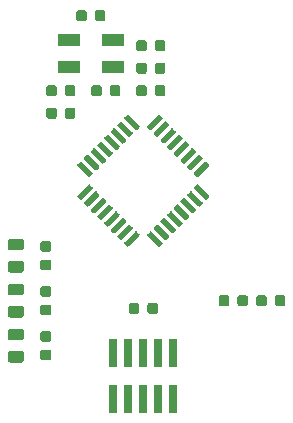
<source format=gbr>
G04 #@! TF.GenerationSoftware,KiCad,Pcbnew,(5.1.5)-3*
G04 #@! TF.CreationDate,2020-06-05T23:08:29+02:00*
G04 #@! TF.ProjectId,STM32F030K6Tx_Breakout,53544d33-3246-4303-9330-4b3654785f42,rev?*
G04 #@! TF.SameCoordinates,Original*
G04 #@! TF.FileFunction,Paste,Top*
G04 #@! TF.FilePolarity,Positive*
%FSLAX46Y46*%
G04 Gerber Fmt 4.6, Leading zero omitted, Abs format (unit mm)*
G04 Created by KiCad (PCBNEW (5.1.5)-3) date 2020-06-05 23:08:29*
%MOMM*%
%LPD*%
G04 APERTURE LIST*
%ADD10C,0.100000*%
%ADD11R,1.900000X1.100000*%
%ADD12R,0.740000X2.400000*%
G04 APERTURE END LIST*
D10*
G36*
X98905142Y-67761174D02*
G01*
X98928803Y-67764684D01*
X98952007Y-67770496D01*
X98974529Y-67778554D01*
X98996153Y-67788782D01*
X99016670Y-67801079D01*
X99035883Y-67815329D01*
X99053607Y-67831393D01*
X99069671Y-67849117D01*
X99083921Y-67868330D01*
X99096218Y-67888847D01*
X99106446Y-67910471D01*
X99114504Y-67932993D01*
X99120316Y-67956197D01*
X99123826Y-67979858D01*
X99125000Y-68003750D01*
X99125000Y-68491250D01*
X99123826Y-68515142D01*
X99120316Y-68538803D01*
X99114504Y-68562007D01*
X99106446Y-68584529D01*
X99096218Y-68606153D01*
X99083921Y-68626670D01*
X99069671Y-68645883D01*
X99053607Y-68663607D01*
X99035883Y-68679671D01*
X99016670Y-68693921D01*
X98996153Y-68706218D01*
X98974529Y-68716446D01*
X98952007Y-68724504D01*
X98928803Y-68730316D01*
X98905142Y-68733826D01*
X98881250Y-68735000D01*
X97968750Y-68735000D01*
X97944858Y-68733826D01*
X97921197Y-68730316D01*
X97897993Y-68724504D01*
X97875471Y-68716446D01*
X97853847Y-68706218D01*
X97833330Y-68693921D01*
X97814117Y-68679671D01*
X97796393Y-68663607D01*
X97780329Y-68645883D01*
X97766079Y-68626670D01*
X97753782Y-68606153D01*
X97743554Y-68584529D01*
X97735496Y-68562007D01*
X97729684Y-68538803D01*
X97726174Y-68515142D01*
X97725000Y-68491250D01*
X97725000Y-68003750D01*
X97726174Y-67979858D01*
X97729684Y-67956197D01*
X97735496Y-67932993D01*
X97743554Y-67910471D01*
X97753782Y-67888847D01*
X97766079Y-67868330D01*
X97780329Y-67849117D01*
X97796393Y-67831393D01*
X97814117Y-67815329D01*
X97833330Y-67801079D01*
X97853847Y-67788782D01*
X97875471Y-67778554D01*
X97897993Y-67770496D01*
X97921197Y-67764684D01*
X97944858Y-67761174D01*
X97968750Y-67760000D01*
X98881250Y-67760000D01*
X98905142Y-67761174D01*
G37*
G36*
X98905142Y-65886174D02*
G01*
X98928803Y-65889684D01*
X98952007Y-65895496D01*
X98974529Y-65903554D01*
X98996153Y-65913782D01*
X99016670Y-65926079D01*
X99035883Y-65940329D01*
X99053607Y-65956393D01*
X99069671Y-65974117D01*
X99083921Y-65993330D01*
X99096218Y-66013847D01*
X99106446Y-66035471D01*
X99114504Y-66057993D01*
X99120316Y-66081197D01*
X99123826Y-66104858D01*
X99125000Y-66128750D01*
X99125000Y-66616250D01*
X99123826Y-66640142D01*
X99120316Y-66663803D01*
X99114504Y-66687007D01*
X99106446Y-66709529D01*
X99096218Y-66731153D01*
X99083921Y-66751670D01*
X99069671Y-66770883D01*
X99053607Y-66788607D01*
X99035883Y-66804671D01*
X99016670Y-66818921D01*
X98996153Y-66831218D01*
X98974529Y-66841446D01*
X98952007Y-66849504D01*
X98928803Y-66855316D01*
X98905142Y-66858826D01*
X98881250Y-66860000D01*
X97968750Y-66860000D01*
X97944858Y-66858826D01*
X97921197Y-66855316D01*
X97897993Y-66849504D01*
X97875471Y-66841446D01*
X97853847Y-66831218D01*
X97833330Y-66818921D01*
X97814117Y-66804671D01*
X97796393Y-66788607D01*
X97780329Y-66770883D01*
X97766079Y-66751670D01*
X97753782Y-66731153D01*
X97743554Y-66709529D01*
X97735496Y-66687007D01*
X97729684Y-66663803D01*
X97726174Y-66640142D01*
X97725000Y-66616250D01*
X97725000Y-66128750D01*
X97726174Y-66104858D01*
X97729684Y-66081197D01*
X97735496Y-66057993D01*
X97743554Y-66035471D01*
X97753782Y-66013847D01*
X97766079Y-65993330D01*
X97780329Y-65974117D01*
X97796393Y-65956393D01*
X97814117Y-65940329D01*
X97833330Y-65926079D01*
X97853847Y-65913782D01*
X97875471Y-65903554D01*
X97897993Y-65895496D01*
X97921197Y-65889684D01*
X97944858Y-65886174D01*
X97968750Y-65885000D01*
X98881250Y-65885000D01*
X98905142Y-65886174D01*
G37*
G36*
X98905142Y-71571174D02*
G01*
X98928803Y-71574684D01*
X98952007Y-71580496D01*
X98974529Y-71588554D01*
X98996153Y-71598782D01*
X99016670Y-71611079D01*
X99035883Y-71625329D01*
X99053607Y-71641393D01*
X99069671Y-71659117D01*
X99083921Y-71678330D01*
X99096218Y-71698847D01*
X99106446Y-71720471D01*
X99114504Y-71742993D01*
X99120316Y-71766197D01*
X99123826Y-71789858D01*
X99125000Y-71813750D01*
X99125000Y-72301250D01*
X99123826Y-72325142D01*
X99120316Y-72348803D01*
X99114504Y-72372007D01*
X99106446Y-72394529D01*
X99096218Y-72416153D01*
X99083921Y-72436670D01*
X99069671Y-72455883D01*
X99053607Y-72473607D01*
X99035883Y-72489671D01*
X99016670Y-72503921D01*
X98996153Y-72516218D01*
X98974529Y-72526446D01*
X98952007Y-72534504D01*
X98928803Y-72540316D01*
X98905142Y-72543826D01*
X98881250Y-72545000D01*
X97968750Y-72545000D01*
X97944858Y-72543826D01*
X97921197Y-72540316D01*
X97897993Y-72534504D01*
X97875471Y-72526446D01*
X97853847Y-72516218D01*
X97833330Y-72503921D01*
X97814117Y-72489671D01*
X97796393Y-72473607D01*
X97780329Y-72455883D01*
X97766079Y-72436670D01*
X97753782Y-72416153D01*
X97743554Y-72394529D01*
X97735496Y-72372007D01*
X97729684Y-72348803D01*
X97726174Y-72325142D01*
X97725000Y-72301250D01*
X97725000Y-71813750D01*
X97726174Y-71789858D01*
X97729684Y-71766197D01*
X97735496Y-71742993D01*
X97743554Y-71720471D01*
X97753782Y-71698847D01*
X97766079Y-71678330D01*
X97780329Y-71659117D01*
X97796393Y-71641393D01*
X97814117Y-71625329D01*
X97833330Y-71611079D01*
X97853847Y-71598782D01*
X97875471Y-71588554D01*
X97897993Y-71580496D01*
X97921197Y-71574684D01*
X97944858Y-71571174D01*
X97968750Y-71570000D01*
X98881250Y-71570000D01*
X98905142Y-71571174D01*
G37*
G36*
X98905142Y-69696174D02*
G01*
X98928803Y-69699684D01*
X98952007Y-69705496D01*
X98974529Y-69713554D01*
X98996153Y-69723782D01*
X99016670Y-69736079D01*
X99035883Y-69750329D01*
X99053607Y-69766393D01*
X99069671Y-69784117D01*
X99083921Y-69803330D01*
X99096218Y-69823847D01*
X99106446Y-69845471D01*
X99114504Y-69867993D01*
X99120316Y-69891197D01*
X99123826Y-69914858D01*
X99125000Y-69938750D01*
X99125000Y-70426250D01*
X99123826Y-70450142D01*
X99120316Y-70473803D01*
X99114504Y-70497007D01*
X99106446Y-70519529D01*
X99096218Y-70541153D01*
X99083921Y-70561670D01*
X99069671Y-70580883D01*
X99053607Y-70598607D01*
X99035883Y-70614671D01*
X99016670Y-70628921D01*
X98996153Y-70641218D01*
X98974529Y-70651446D01*
X98952007Y-70659504D01*
X98928803Y-70665316D01*
X98905142Y-70668826D01*
X98881250Y-70670000D01*
X97968750Y-70670000D01*
X97944858Y-70668826D01*
X97921197Y-70665316D01*
X97897993Y-70659504D01*
X97875471Y-70651446D01*
X97853847Y-70641218D01*
X97833330Y-70628921D01*
X97814117Y-70614671D01*
X97796393Y-70598607D01*
X97780329Y-70580883D01*
X97766079Y-70561670D01*
X97753782Y-70541153D01*
X97743554Y-70519529D01*
X97735496Y-70497007D01*
X97729684Y-70473803D01*
X97726174Y-70450142D01*
X97725000Y-70426250D01*
X97725000Y-69938750D01*
X97726174Y-69914858D01*
X97729684Y-69891197D01*
X97735496Y-69867993D01*
X97743554Y-69845471D01*
X97753782Y-69823847D01*
X97766079Y-69803330D01*
X97780329Y-69784117D01*
X97796393Y-69766393D01*
X97814117Y-69750329D01*
X97833330Y-69736079D01*
X97853847Y-69723782D01*
X97875471Y-69713554D01*
X97897993Y-69705496D01*
X97921197Y-69699684D01*
X97944858Y-69696174D01*
X97968750Y-69695000D01*
X98881250Y-69695000D01*
X98905142Y-69696174D01*
G37*
G36*
X98905142Y-63951174D02*
G01*
X98928803Y-63954684D01*
X98952007Y-63960496D01*
X98974529Y-63968554D01*
X98996153Y-63978782D01*
X99016670Y-63991079D01*
X99035883Y-64005329D01*
X99053607Y-64021393D01*
X99069671Y-64039117D01*
X99083921Y-64058330D01*
X99096218Y-64078847D01*
X99106446Y-64100471D01*
X99114504Y-64122993D01*
X99120316Y-64146197D01*
X99123826Y-64169858D01*
X99125000Y-64193750D01*
X99125000Y-64681250D01*
X99123826Y-64705142D01*
X99120316Y-64728803D01*
X99114504Y-64752007D01*
X99106446Y-64774529D01*
X99096218Y-64796153D01*
X99083921Y-64816670D01*
X99069671Y-64835883D01*
X99053607Y-64853607D01*
X99035883Y-64869671D01*
X99016670Y-64883921D01*
X98996153Y-64896218D01*
X98974529Y-64906446D01*
X98952007Y-64914504D01*
X98928803Y-64920316D01*
X98905142Y-64923826D01*
X98881250Y-64925000D01*
X97968750Y-64925000D01*
X97944858Y-64923826D01*
X97921197Y-64920316D01*
X97897993Y-64914504D01*
X97875471Y-64906446D01*
X97853847Y-64896218D01*
X97833330Y-64883921D01*
X97814117Y-64869671D01*
X97796393Y-64853607D01*
X97780329Y-64835883D01*
X97766079Y-64816670D01*
X97753782Y-64796153D01*
X97743554Y-64774529D01*
X97735496Y-64752007D01*
X97729684Y-64728803D01*
X97726174Y-64705142D01*
X97725000Y-64681250D01*
X97725000Y-64193750D01*
X97726174Y-64169858D01*
X97729684Y-64146197D01*
X97735496Y-64122993D01*
X97743554Y-64100471D01*
X97753782Y-64078847D01*
X97766079Y-64058330D01*
X97780329Y-64039117D01*
X97796393Y-64021393D01*
X97814117Y-64005329D01*
X97833330Y-63991079D01*
X97853847Y-63978782D01*
X97875471Y-63968554D01*
X97897993Y-63960496D01*
X97921197Y-63954684D01*
X97944858Y-63951174D01*
X97968750Y-63950000D01*
X98881250Y-63950000D01*
X98905142Y-63951174D01*
G37*
G36*
X98905142Y-62076174D02*
G01*
X98928803Y-62079684D01*
X98952007Y-62085496D01*
X98974529Y-62093554D01*
X98996153Y-62103782D01*
X99016670Y-62116079D01*
X99035883Y-62130329D01*
X99053607Y-62146393D01*
X99069671Y-62164117D01*
X99083921Y-62183330D01*
X99096218Y-62203847D01*
X99106446Y-62225471D01*
X99114504Y-62247993D01*
X99120316Y-62271197D01*
X99123826Y-62294858D01*
X99125000Y-62318750D01*
X99125000Y-62806250D01*
X99123826Y-62830142D01*
X99120316Y-62853803D01*
X99114504Y-62877007D01*
X99106446Y-62899529D01*
X99096218Y-62921153D01*
X99083921Y-62941670D01*
X99069671Y-62960883D01*
X99053607Y-62978607D01*
X99035883Y-62994671D01*
X99016670Y-63008921D01*
X98996153Y-63021218D01*
X98974529Y-63031446D01*
X98952007Y-63039504D01*
X98928803Y-63045316D01*
X98905142Y-63048826D01*
X98881250Y-63050000D01*
X97968750Y-63050000D01*
X97944858Y-63048826D01*
X97921197Y-63045316D01*
X97897993Y-63039504D01*
X97875471Y-63031446D01*
X97853847Y-63021218D01*
X97833330Y-63008921D01*
X97814117Y-62994671D01*
X97796393Y-62978607D01*
X97780329Y-62960883D01*
X97766079Y-62941670D01*
X97753782Y-62921153D01*
X97743554Y-62899529D01*
X97735496Y-62877007D01*
X97729684Y-62853803D01*
X97726174Y-62830142D01*
X97725000Y-62806250D01*
X97725000Y-62318750D01*
X97726174Y-62294858D01*
X97729684Y-62271197D01*
X97735496Y-62247993D01*
X97743554Y-62225471D01*
X97753782Y-62203847D01*
X97766079Y-62183330D01*
X97780329Y-62164117D01*
X97796393Y-62146393D01*
X97814117Y-62130329D01*
X97833330Y-62116079D01*
X97853847Y-62103782D01*
X97875471Y-62093554D01*
X97897993Y-62085496D01*
X97921197Y-62079684D01*
X97944858Y-62076174D01*
X97968750Y-62075000D01*
X98881250Y-62075000D01*
X98905142Y-62076174D01*
G37*
G36*
X101242691Y-71471053D02*
G01*
X101263926Y-71474203D01*
X101284750Y-71479419D01*
X101304962Y-71486651D01*
X101324368Y-71495830D01*
X101342781Y-71506866D01*
X101360024Y-71519654D01*
X101375930Y-71534070D01*
X101390346Y-71549976D01*
X101403134Y-71567219D01*
X101414170Y-71585632D01*
X101423349Y-71605038D01*
X101430581Y-71625250D01*
X101435797Y-71646074D01*
X101438947Y-71667309D01*
X101440000Y-71688750D01*
X101440000Y-72126250D01*
X101438947Y-72147691D01*
X101435797Y-72168926D01*
X101430581Y-72189750D01*
X101423349Y-72209962D01*
X101414170Y-72229368D01*
X101403134Y-72247781D01*
X101390346Y-72265024D01*
X101375930Y-72280930D01*
X101360024Y-72295346D01*
X101342781Y-72308134D01*
X101324368Y-72319170D01*
X101304962Y-72328349D01*
X101284750Y-72335581D01*
X101263926Y-72340797D01*
X101242691Y-72343947D01*
X101221250Y-72345000D01*
X100708750Y-72345000D01*
X100687309Y-72343947D01*
X100666074Y-72340797D01*
X100645250Y-72335581D01*
X100625038Y-72328349D01*
X100605632Y-72319170D01*
X100587219Y-72308134D01*
X100569976Y-72295346D01*
X100554070Y-72280930D01*
X100539654Y-72265024D01*
X100526866Y-72247781D01*
X100515830Y-72229368D01*
X100506651Y-72209962D01*
X100499419Y-72189750D01*
X100494203Y-72168926D01*
X100491053Y-72147691D01*
X100490000Y-72126250D01*
X100490000Y-71688750D01*
X100491053Y-71667309D01*
X100494203Y-71646074D01*
X100499419Y-71625250D01*
X100506651Y-71605038D01*
X100515830Y-71585632D01*
X100526866Y-71567219D01*
X100539654Y-71549976D01*
X100554070Y-71534070D01*
X100569976Y-71519654D01*
X100587219Y-71506866D01*
X100605632Y-71495830D01*
X100625038Y-71486651D01*
X100645250Y-71479419D01*
X100666074Y-71474203D01*
X100687309Y-71471053D01*
X100708750Y-71470000D01*
X101221250Y-71470000D01*
X101242691Y-71471053D01*
G37*
G36*
X101242691Y-69896053D02*
G01*
X101263926Y-69899203D01*
X101284750Y-69904419D01*
X101304962Y-69911651D01*
X101324368Y-69920830D01*
X101342781Y-69931866D01*
X101360024Y-69944654D01*
X101375930Y-69959070D01*
X101390346Y-69974976D01*
X101403134Y-69992219D01*
X101414170Y-70010632D01*
X101423349Y-70030038D01*
X101430581Y-70050250D01*
X101435797Y-70071074D01*
X101438947Y-70092309D01*
X101440000Y-70113750D01*
X101440000Y-70551250D01*
X101438947Y-70572691D01*
X101435797Y-70593926D01*
X101430581Y-70614750D01*
X101423349Y-70634962D01*
X101414170Y-70654368D01*
X101403134Y-70672781D01*
X101390346Y-70690024D01*
X101375930Y-70705930D01*
X101360024Y-70720346D01*
X101342781Y-70733134D01*
X101324368Y-70744170D01*
X101304962Y-70753349D01*
X101284750Y-70760581D01*
X101263926Y-70765797D01*
X101242691Y-70768947D01*
X101221250Y-70770000D01*
X100708750Y-70770000D01*
X100687309Y-70768947D01*
X100666074Y-70765797D01*
X100645250Y-70760581D01*
X100625038Y-70753349D01*
X100605632Y-70744170D01*
X100587219Y-70733134D01*
X100569976Y-70720346D01*
X100554070Y-70705930D01*
X100539654Y-70690024D01*
X100526866Y-70672781D01*
X100515830Y-70654368D01*
X100506651Y-70634962D01*
X100499419Y-70614750D01*
X100494203Y-70593926D01*
X100491053Y-70572691D01*
X100490000Y-70551250D01*
X100490000Y-70113750D01*
X100491053Y-70092309D01*
X100494203Y-70071074D01*
X100499419Y-70050250D01*
X100506651Y-70030038D01*
X100515830Y-70010632D01*
X100526866Y-69992219D01*
X100539654Y-69974976D01*
X100554070Y-69959070D01*
X100569976Y-69944654D01*
X100587219Y-69931866D01*
X100605632Y-69920830D01*
X100625038Y-69911651D01*
X100645250Y-69904419D01*
X100666074Y-69899203D01*
X100687309Y-69896053D01*
X100708750Y-69895000D01*
X101221250Y-69895000D01*
X101242691Y-69896053D01*
G37*
D11*
X106625000Y-47505000D03*
X102925000Y-47505000D03*
X102925000Y-45205000D03*
X106625000Y-45205000D03*
D10*
G36*
X110558077Y-51563202D02*
G01*
X110570211Y-51565002D01*
X110582111Y-51567982D01*
X110593660Y-51572115D01*
X110604750Y-51577360D01*
X110615271Y-51583666D01*
X110625124Y-51590974D01*
X110634213Y-51599212D01*
X110810990Y-51775989D01*
X110819228Y-51785078D01*
X110826536Y-51794931D01*
X110832842Y-51805452D01*
X110838087Y-51816542D01*
X110842220Y-51828091D01*
X110845200Y-51839991D01*
X110847000Y-51852125D01*
X110847602Y-51864377D01*
X110847000Y-51876629D01*
X110845200Y-51888763D01*
X110842220Y-51900663D01*
X110838087Y-51912212D01*
X110832842Y-51923302D01*
X110826536Y-51933823D01*
X110819228Y-51943676D01*
X110810990Y-51952765D01*
X109927107Y-52836648D01*
X109918018Y-52844886D01*
X109908165Y-52852194D01*
X109897644Y-52858500D01*
X109886554Y-52863745D01*
X109875005Y-52867878D01*
X109863105Y-52870858D01*
X109850971Y-52872658D01*
X109838719Y-52873260D01*
X109826467Y-52872658D01*
X109814333Y-52870858D01*
X109802433Y-52867878D01*
X109790884Y-52863745D01*
X109779794Y-52858500D01*
X109769273Y-52852194D01*
X109759420Y-52844886D01*
X109750331Y-52836648D01*
X109573554Y-52659871D01*
X109565316Y-52650782D01*
X109558008Y-52640929D01*
X109551702Y-52630408D01*
X109546457Y-52619318D01*
X109542324Y-52607769D01*
X109539344Y-52595869D01*
X109537544Y-52583735D01*
X109536942Y-52571483D01*
X109537544Y-52559231D01*
X109539344Y-52547097D01*
X109542324Y-52535197D01*
X109546457Y-52523648D01*
X109551702Y-52512558D01*
X109558008Y-52502037D01*
X109565316Y-52492184D01*
X109573554Y-52483095D01*
X110457437Y-51599212D01*
X110466526Y-51590974D01*
X110476379Y-51583666D01*
X110486900Y-51577360D01*
X110497990Y-51572115D01*
X110509539Y-51567982D01*
X110521439Y-51565002D01*
X110533573Y-51563202D01*
X110545825Y-51562600D01*
X110558077Y-51563202D01*
G37*
G36*
X111123762Y-52128888D02*
G01*
X111135896Y-52130688D01*
X111147796Y-52133668D01*
X111159345Y-52137801D01*
X111170435Y-52143046D01*
X111180956Y-52149352D01*
X111190809Y-52156660D01*
X111199898Y-52164898D01*
X111376675Y-52341675D01*
X111384913Y-52350764D01*
X111392221Y-52360617D01*
X111398527Y-52371138D01*
X111403772Y-52382228D01*
X111407905Y-52393777D01*
X111410885Y-52405677D01*
X111412685Y-52417811D01*
X111413287Y-52430063D01*
X111412685Y-52442315D01*
X111410885Y-52454449D01*
X111407905Y-52466349D01*
X111403772Y-52477898D01*
X111398527Y-52488988D01*
X111392221Y-52499509D01*
X111384913Y-52509362D01*
X111376675Y-52518451D01*
X110492792Y-53402334D01*
X110483703Y-53410572D01*
X110473850Y-53417880D01*
X110463329Y-53424186D01*
X110452239Y-53429431D01*
X110440690Y-53433564D01*
X110428790Y-53436544D01*
X110416656Y-53438344D01*
X110404404Y-53438946D01*
X110392152Y-53438344D01*
X110380018Y-53436544D01*
X110368118Y-53433564D01*
X110356569Y-53429431D01*
X110345479Y-53424186D01*
X110334958Y-53417880D01*
X110325105Y-53410572D01*
X110316016Y-53402334D01*
X110139239Y-53225557D01*
X110131001Y-53216468D01*
X110123693Y-53206615D01*
X110117387Y-53196094D01*
X110112142Y-53185004D01*
X110108009Y-53173455D01*
X110105029Y-53161555D01*
X110103229Y-53149421D01*
X110102627Y-53137169D01*
X110103229Y-53124917D01*
X110105029Y-53112783D01*
X110108009Y-53100883D01*
X110112142Y-53089334D01*
X110117387Y-53078244D01*
X110123693Y-53067723D01*
X110131001Y-53057870D01*
X110139239Y-53048781D01*
X111023122Y-52164898D01*
X111032211Y-52156660D01*
X111042064Y-52149352D01*
X111052585Y-52143046D01*
X111063675Y-52137801D01*
X111075224Y-52133668D01*
X111087124Y-52130688D01*
X111099258Y-52128888D01*
X111111510Y-52128286D01*
X111123762Y-52128888D01*
G37*
G36*
X111689448Y-52694573D02*
G01*
X111701582Y-52696373D01*
X111713482Y-52699353D01*
X111725031Y-52703486D01*
X111736121Y-52708731D01*
X111746642Y-52715037D01*
X111756495Y-52722345D01*
X111765584Y-52730583D01*
X111942361Y-52907360D01*
X111950599Y-52916449D01*
X111957907Y-52926302D01*
X111964213Y-52936823D01*
X111969458Y-52947913D01*
X111973591Y-52959462D01*
X111976571Y-52971362D01*
X111978371Y-52983496D01*
X111978973Y-52995748D01*
X111978371Y-53008000D01*
X111976571Y-53020134D01*
X111973591Y-53032034D01*
X111969458Y-53043583D01*
X111964213Y-53054673D01*
X111957907Y-53065194D01*
X111950599Y-53075047D01*
X111942361Y-53084136D01*
X111058478Y-53968019D01*
X111049389Y-53976257D01*
X111039536Y-53983565D01*
X111029015Y-53989871D01*
X111017925Y-53995116D01*
X111006376Y-53999249D01*
X110994476Y-54002229D01*
X110982342Y-54004029D01*
X110970090Y-54004631D01*
X110957838Y-54004029D01*
X110945704Y-54002229D01*
X110933804Y-53999249D01*
X110922255Y-53995116D01*
X110911165Y-53989871D01*
X110900644Y-53983565D01*
X110890791Y-53976257D01*
X110881702Y-53968019D01*
X110704925Y-53791242D01*
X110696687Y-53782153D01*
X110689379Y-53772300D01*
X110683073Y-53761779D01*
X110677828Y-53750689D01*
X110673695Y-53739140D01*
X110670715Y-53727240D01*
X110668915Y-53715106D01*
X110668313Y-53702854D01*
X110668915Y-53690602D01*
X110670715Y-53678468D01*
X110673695Y-53666568D01*
X110677828Y-53655019D01*
X110683073Y-53643929D01*
X110689379Y-53633408D01*
X110696687Y-53623555D01*
X110704925Y-53614466D01*
X111588808Y-52730583D01*
X111597897Y-52722345D01*
X111607750Y-52715037D01*
X111618271Y-52708731D01*
X111629361Y-52703486D01*
X111640910Y-52699353D01*
X111652810Y-52696373D01*
X111664944Y-52694573D01*
X111677196Y-52693971D01*
X111689448Y-52694573D01*
G37*
G36*
X112255133Y-53260258D02*
G01*
X112267267Y-53262058D01*
X112279167Y-53265038D01*
X112290716Y-53269171D01*
X112301806Y-53274416D01*
X112312327Y-53280722D01*
X112322180Y-53288030D01*
X112331269Y-53296268D01*
X112508046Y-53473045D01*
X112516284Y-53482134D01*
X112523592Y-53491987D01*
X112529898Y-53502508D01*
X112535143Y-53513598D01*
X112539276Y-53525147D01*
X112542256Y-53537047D01*
X112544056Y-53549181D01*
X112544658Y-53561433D01*
X112544056Y-53573685D01*
X112542256Y-53585819D01*
X112539276Y-53597719D01*
X112535143Y-53609268D01*
X112529898Y-53620358D01*
X112523592Y-53630879D01*
X112516284Y-53640732D01*
X112508046Y-53649821D01*
X111624163Y-54533704D01*
X111615074Y-54541942D01*
X111605221Y-54549250D01*
X111594700Y-54555556D01*
X111583610Y-54560801D01*
X111572061Y-54564934D01*
X111560161Y-54567914D01*
X111548027Y-54569714D01*
X111535775Y-54570316D01*
X111523523Y-54569714D01*
X111511389Y-54567914D01*
X111499489Y-54564934D01*
X111487940Y-54560801D01*
X111476850Y-54555556D01*
X111466329Y-54549250D01*
X111456476Y-54541942D01*
X111447387Y-54533704D01*
X111270610Y-54356927D01*
X111262372Y-54347838D01*
X111255064Y-54337985D01*
X111248758Y-54327464D01*
X111243513Y-54316374D01*
X111239380Y-54304825D01*
X111236400Y-54292925D01*
X111234600Y-54280791D01*
X111233998Y-54268539D01*
X111234600Y-54256287D01*
X111236400Y-54244153D01*
X111239380Y-54232253D01*
X111243513Y-54220704D01*
X111248758Y-54209614D01*
X111255064Y-54199093D01*
X111262372Y-54189240D01*
X111270610Y-54180151D01*
X112154493Y-53296268D01*
X112163582Y-53288030D01*
X112173435Y-53280722D01*
X112183956Y-53274416D01*
X112195046Y-53269171D01*
X112206595Y-53265038D01*
X112218495Y-53262058D01*
X112230629Y-53260258D01*
X112242881Y-53259656D01*
X112255133Y-53260258D01*
G37*
G36*
X112820819Y-53825944D02*
G01*
X112832953Y-53827744D01*
X112844853Y-53830724D01*
X112856402Y-53834857D01*
X112867492Y-53840102D01*
X112878013Y-53846408D01*
X112887866Y-53853716D01*
X112896955Y-53861954D01*
X113073732Y-54038731D01*
X113081970Y-54047820D01*
X113089278Y-54057673D01*
X113095584Y-54068194D01*
X113100829Y-54079284D01*
X113104962Y-54090833D01*
X113107942Y-54102733D01*
X113109742Y-54114867D01*
X113110344Y-54127119D01*
X113109742Y-54139371D01*
X113107942Y-54151505D01*
X113104962Y-54163405D01*
X113100829Y-54174954D01*
X113095584Y-54186044D01*
X113089278Y-54196565D01*
X113081970Y-54206418D01*
X113073732Y-54215507D01*
X112189849Y-55099390D01*
X112180760Y-55107628D01*
X112170907Y-55114936D01*
X112160386Y-55121242D01*
X112149296Y-55126487D01*
X112137747Y-55130620D01*
X112125847Y-55133600D01*
X112113713Y-55135400D01*
X112101461Y-55136002D01*
X112089209Y-55135400D01*
X112077075Y-55133600D01*
X112065175Y-55130620D01*
X112053626Y-55126487D01*
X112042536Y-55121242D01*
X112032015Y-55114936D01*
X112022162Y-55107628D01*
X112013073Y-55099390D01*
X111836296Y-54922613D01*
X111828058Y-54913524D01*
X111820750Y-54903671D01*
X111814444Y-54893150D01*
X111809199Y-54882060D01*
X111805066Y-54870511D01*
X111802086Y-54858611D01*
X111800286Y-54846477D01*
X111799684Y-54834225D01*
X111800286Y-54821973D01*
X111802086Y-54809839D01*
X111805066Y-54797939D01*
X111809199Y-54786390D01*
X111814444Y-54775300D01*
X111820750Y-54764779D01*
X111828058Y-54754926D01*
X111836296Y-54745837D01*
X112720179Y-53861954D01*
X112729268Y-53853716D01*
X112739121Y-53846408D01*
X112749642Y-53840102D01*
X112760732Y-53834857D01*
X112772281Y-53830724D01*
X112784181Y-53827744D01*
X112796315Y-53825944D01*
X112808567Y-53825342D01*
X112820819Y-53825944D01*
G37*
G36*
X113386504Y-54391629D02*
G01*
X113398638Y-54393429D01*
X113410538Y-54396409D01*
X113422087Y-54400542D01*
X113433177Y-54405787D01*
X113443698Y-54412093D01*
X113453551Y-54419401D01*
X113462640Y-54427639D01*
X113639417Y-54604416D01*
X113647655Y-54613505D01*
X113654963Y-54623358D01*
X113661269Y-54633879D01*
X113666514Y-54644969D01*
X113670647Y-54656518D01*
X113673627Y-54668418D01*
X113675427Y-54680552D01*
X113676029Y-54692804D01*
X113675427Y-54705056D01*
X113673627Y-54717190D01*
X113670647Y-54729090D01*
X113666514Y-54740639D01*
X113661269Y-54751729D01*
X113654963Y-54762250D01*
X113647655Y-54772103D01*
X113639417Y-54781192D01*
X112755534Y-55665075D01*
X112746445Y-55673313D01*
X112736592Y-55680621D01*
X112726071Y-55686927D01*
X112714981Y-55692172D01*
X112703432Y-55696305D01*
X112691532Y-55699285D01*
X112679398Y-55701085D01*
X112667146Y-55701687D01*
X112654894Y-55701085D01*
X112642760Y-55699285D01*
X112630860Y-55696305D01*
X112619311Y-55692172D01*
X112608221Y-55686927D01*
X112597700Y-55680621D01*
X112587847Y-55673313D01*
X112578758Y-55665075D01*
X112401981Y-55488298D01*
X112393743Y-55479209D01*
X112386435Y-55469356D01*
X112380129Y-55458835D01*
X112374884Y-55447745D01*
X112370751Y-55436196D01*
X112367771Y-55424296D01*
X112365971Y-55412162D01*
X112365369Y-55399910D01*
X112365971Y-55387658D01*
X112367771Y-55375524D01*
X112370751Y-55363624D01*
X112374884Y-55352075D01*
X112380129Y-55340985D01*
X112386435Y-55330464D01*
X112393743Y-55320611D01*
X112401981Y-55311522D01*
X113285864Y-54427639D01*
X113294953Y-54419401D01*
X113304806Y-54412093D01*
X113315327Y-54405787D01*
X113326417Y-54400542D01*
X113337966Y-54396409D01*
X113349866Y-54393429D01*
X113362000Y-54391629D01*
X113374252Y-54391027D01*
X113386504Y-54391629D01*
G37*
G36*
X113952189Y-54957315D02*
G01*
X113964323Y-54959115D01*
X113976223Y-54962095D01*
X113987772Y-54966228D01*
X113998862Y-54971473D01*
X114009383Y-54977779D01*
X114019236Y-54985087D01*
X114028325Y-54993325D01*
X114205102Y-55170102D01*
X114213340Y-55179191D01*
X114220648Y-55189044D01*
X114226954Y-55199565D01*
X114232199Y-55210655D01*
X114236332Y-55222204D01*
X114239312Y-55234104D01*
X114241112Y-55246238D01*
X114241714Y-55258490D01*
X114241112Y-55270742D01*
X114239312Y-55282876D01*
X114236332Y-55294776D01*
X114232199Y-55306325D01*
X114226954Y-55317415D01*
X114220648Y-55327936D01*
X114213340Y-55337789D01*
X114205102Y-55346878D01*
X113321219Y-56230761D01*
X113312130Y-56238999D01*
X113302277Y-56246307D01*
X113291756Y-56252613D01*
X113280666Y-56257858D01*
X113269117Y-56261991D01*
X113257217Y-56264971D01*
X113245083Y-56266771D01*
X113232831Y-56267373D01*
X113220579Y-56266771D01*
X113208445Y-56264971D01*
X113196545Y-56261991D01*
X113184996Y-56257858D01*
X113173906Y-56252613D01*
X113163385Y-56246307D01*
X113153532Y-56238999D01*
X113144443Y-56230761D01*
X112967666Y-56053984D01*
X112959428Y-56044895D01*
X112952120Y-56035042D01*
X112945814Y-56024521D01*
X112940569Y-56013431D01*
X112936436Y-56001882D01*
X112933456Y-55989982D01*
X112931656Y-55977848D01*
X112931054Y-55965596D01*
X112931656Y-55953344D01*
X112933456Y-55941210D01*
X112936436Y-55929310D01*
X112940569Y-55917761D01*
X112945814Y-55906671D01*
X112952120Y-55896150D01*
X112959428Y-55886297D01*
X112967666Y-55877208D01*
X113851549Y-54993325D01*
X113860638Y-54985087D01*
X113870491Y-54977779D01*
X113881012Y-54971473D01*
X113892102Y-54966228D01*
X113903651Y-54962095D01*
X113915551Y-54959115D01*
X113927685Y-54957315D01*
X113939937Y-54956713D01*
X113952189Y-54957315D01*
G37*
G36*
X114517875Y-55523000D02*
G01*
X114530009Y-55524800D01*
X114541909Y-55527780D01*
X114553458Y-55531913D01*
X114564548Y-55537158D01*
X114575069Y-55543464D01*
X114584922Y-55550772D01*
X114594011Y-55559010D01*
X114770788Y-55735787D01*
X114779026Y-55744876D01*
X114786334Y-55754729D01*
X114792640Y-55765250D01*
X114797885Y-55776340D01*
X114802018Y-55787889D01*
X114804998Y-55799789D01*
X114806798Y-55811923D01*
X114807400Y-55824175D01*
X114806798Y-55836427D01*
X114804998Y-55848561D01*
X114802018Y-55860461D01*
X114797885Y-55872010D01*
X114792640Y-55883100D01*
X114786334Y-55893621D01*
X114779026Y-55903474D01*
X114770788Y-55912563D01*
X113886905Y-56796446D01*
X113877816Y-56804684D01*
X113867963Y-56811992D01*
X113857442Y-56818298D01*
X113846352Y-56823543D01*
X113834803Y-56827676D01*
X113822903Y-56830656D01*
X113810769Y-56832456D01*
X113798517Y-56833058D01*
X113786265Y-56832456D01*
X113774131Y-56830656D01*
X113762231Y-56827676D01*
X113750682Y-56823543D01*
X113739592Y-56818298D01*
X113729071Y-56811992D01*
X113719218Y-56804684D01*
X113710129Y-56796446D01*
X113533352Y-56619669D01*
X113525114Y-56610580D01*
X113517806Y-56600727D01*
X113511500Y-56590206D01*
X113506255Y-56579116D01*
X113502122Y-56567567D01*
X113499142Y-56555667D01*
X113497342Y-56543533D01*
X113496740Y-56531281D01*
X113497342Y-56519029D01*
X113499142Y-56506895D01*
X113502122Y-56494995D01*
X113506255Y-56483446D01*
X113511500Y-56472356D01*
X113517806Y-56461835D01*
X113525114Y-56451982D01*
X113533352Y-56442893D01*
X114417235Y-55559010D01*
X114426324Y-55550772D01*
X114436177Y-55543464D01*
X114446698Y-55537158D01*
X114457788Y-55531913D01*
X114469337Y-55527780D01*
X114481237Y-55524800D01*
X114493371Y-55523000D01*
X114505623Y-55522398D01*
X114517875Y-55523000D01*
G37*
G36*
X113810769Y-57467544D02*
G01*
X113822903Y-57469344D01*
X113834803Y-57472324D01*
X113846352Y-57476457D01*
X113857442Y-57481702D01*
X113867963Y-57488008D01*
X113877816Y-57495316D01*
X113886905Y-57503554D01*
X114770788Y-58387437D01*
X114779026Y-58396526D01*
X114786334Y-58406379D01*
X114792640Y-58416900D01*
X114797885Y-58427990D01*
X114802018Y-58439539D01*
X114804998Y-58451439D01*
X114806798Y-58463573D01*
X114807400Y-58475825D01*
X114806798Y-58488077D01*
X114804998Y-58500211D01*
X114802018Y-58512111D01*
X114797885Y-58523660D01*
X114792640Y-58534750D01*
X114786334Y-58545271D01*
X114779026Y-58555124D01*
X114770788Y-58564213D01*
X114594011Y-58740990D01*
X114584922Y-58749228D01*
X114575069Y-58756536D01*
X114564548Y-58762842D01*
X114553458Y-58768087D01*
X114541909Y-58772220D01*
X114530009Y-58775200D01*
X114517875Y-58777000D01*
X114505623Y-58777602D01*
X114493371Y-58777000D01*
X114481237Y-58775200D01*
X114469337Y-58772220D01*
X114457788Y-58768087D01*
X114446698Y-58762842D01*
X114436177Y-58756536D01*
X114426324Y-58749228D01*
X114417235Y-58740990D01*
X113533352Y-57857107D01*
X113525114Y-57848018D01*
X113517806Y-57838165D01*
X113511500Y-57827644D01*
X113506255Y-57816554D01*
X113502122Y-57805005D01*
X113499142Y-57793105D01*
X113497342Y-57780971D01*
X113496740Y-57768719D01*
X113497342Y-57756467D01*
X113499142Y-57744333D01*
X113502122Y-57732433D01*
X113506255Y-57720884D01*
X113511500Y-57709794D01*
X113517806Y-57699273D01*
X113525114Y-57689420D01*
X113533352Y-57680331D01*
X113710129Y-57503554D01*
X113719218Y-57495316D01*
X113729071Y-57488008D01*
X113739592Y-57481702D01*
X113750682Y-57476457D01*
X113762231Y-57472324D01*
X113774131Y-57469344D01*
X113786265Y-57467544D01*
X113798517Y-57466942D01*
X113810769Y-57467544D01*
G37*
G36*
X113245083Y-58033229D02*
G01*
X113257217Y-58035029D01*
X113269117Y-58038009D01*
X113280666Y-58042142D01*
X113291756Y-58047387D01*
X113302277Y-58053693D01*
X113312130Y-58061001D01*
X113321219Y-58069239D01*
X114205102Y-58953122D01*
X114213340Y-58962211D01*
X114220648Y-58972064D01*
X114226954Y-58982585D01*
X114232199Y-58993675D01*
X114236332Y-59005224D01*
X114239312Y-59017124D01*
X114241112Y-59029258D01*
X114241714Y-59041510D01*
X114241112Y-59053762D01*
X114239312Y-59065896D01*
X114236332Y-59077796D01*
X114232199Y-59089345D01*
X114226954Y-59100435D01*
X114220648Y-59110956D01*
X114213340Y-59120809D01*
X114205102Y-59129898D01*
X114028325Y-59306675D01*
X114019236Y-59314913D01*
X114009383Y-59322221D01*
X113998862Y-59328527D01*
X113987772Y-59333772D01*
X113976223Y-59337905D01*
X113964323Y-59340885D01*
X113952189Y-59342685D01*
X113939937Y-59343287D01*
X113927685Y-59342685D01*
X113915551Y-59340885D01*
X113903651Y-59337905D01*
X113892102Y-59333772D01*
X113881012Y-59328527D01*
X113870491Y-59322221D01*
X113860638Y-59314913D01*
X113851549Y-59306675D01*
X112967666Y-58422792D01*
X112959428Y-58413703D01*
X112952120Y-58403850D01*
X112945814Y-58393329D01*
X112940569Y-58382239D01*
X112936436Y-58370690D01*
X112933456Y-58358790D01*
X112931656Y-58346656D01*
X112931054Y-58334404D01*
X112931656Y-58322152D01*
X112933456Y-58310018D01*
X112936436Y-58298118D01*
X112940569Y-58286569D01*
X112945814Y-58275479D01*
X112952120Y-58264958D01*
X112959428Y-58255105D01*
X112967666Y-58246016D01*
X113144443Y-58069239D01*
X113153532Y-58061001D01*
X113163385Y-58053693D01*
X113173906Y-58047387D01*
X113184996Y-58042142D01*
X113196545Y-58038009D01*
X113208445Y-58035029D01*
X113220579Y-58033229D01*
X113232831Y-58032627D01*
X113245083Y-58033229D01*
G37*
G36*
X112679398Y-58598915D02*
G01*
X112691532Y-58600715D01*
X112703432Y-58603695D01*
X112714981Y-58607828D01*
X112726071Y-58613073D01*
X112736592Y-58619379D01*
X112746445Y-58626687D01*
X112755534Y-58634925D01*
X113639417Y-59518808D01*
X113647655Y-59527897D01*
X113654963Y-59537750D01*
X113661269Y-59548271D01*
X113666514Y-59559361D01*
X113670647Y-59570910D01*
X113673627Y-59582810D01*
X113675427Y-59594944D01*
X113676029Y-59607196D01*
X113675427Y-59619448D01*
X113673627Y-59631582D01*
X113670647Y-59643482D01*
X113666514Y-59655031D01*
X113661269Y-59666121D01*
X113654963Y-59676642D01*
X113647655Y-59686495D01*
X113639417Y-59695584D01*
X113462640Y-59872361D01*
X113453551Y-59880599D01*
X113443698Y-59887907D01*
X113433177Y-59894213D01*
X113422087Y-59899458D01*
X113410538Y-59903591D01*
X113398638Y-59906571D01*
X113386504Y-59908371D01*
X113374252Y-59908973D01*
X113362000Y-59908371D01*
X113349866Y-59906571D01*
X113337966Y-59903591D01*
X113326417Y-59899458D01*
X113315327Y-59894213D01*
X113304806Y-59887907D01*
X113294953Y-59880599D01*
X113285864Y-59872361D01*
X112401981Y-58988478D01*
X112393743Y-58979389D01*
X112386435Y-58969536D01*
X112380129Y-58959015D01*
X112374884Y-58947925D01*
X112370751Y-58936376D01*
X112367771Y-58924476D01*
X112365971Y-58912342D01*
X112365369Y-58900090D01*
X112365971Y-58887838D01*
X112367771Y-58875704D01*
X112370751Y-58863804D01*
X112374884Y-58852255D01*
X112380129Y-58841165D01*
X112386435Y-58830644D01*
X112393743Y-58820791D01*
X112401981Y-58811702D01*
X112578758Y-58634925D01*
X112587847Y-58626687D01*
X112597700Y-58619379D01*
X112608221Y-58613073D01*
X112619311Y-58607828D01*
X112630860Y-58603695D01*
X112642760Y-58600715D01*
X112654894Y-58598915D01*
X112667146Y-58598313D01*
X112679398Y-58598915D01*
G37*
G36*
X112113713Y-59164600D02*
G01*
X112125847Y-59166400D01*
X112137747Y-59169380D01*
X112149296Y-59173513D01*
X112160386Y-59178758D01*
X112170907Y-59185064D01*
X112180760Y-59192372D01*
X112189849Y-59200610D01*
X113073732Y-60084493D01*
X113081970Y-60093582D01*
X113089278Y-60103435D01*
X113095584Y-60113956D01*
X113100829Y-60125046D01*
X113104962Y-60136595D01*
X113107942Y-60148495D01*
X113109742Y-60160629D01*
X113110344Y-60172881D01*
X113109742Y-60185133D01*
X113107942Y-60197267D01*
X113104962Y-60209167D01*
X113100829Y-60220716D01*
X113095584Y-60231806D01*
X113089278Y-60242327D01*
X113081970Y-60252180D01*
X113073732Y-60261269D01*
X112896955Y-60438046D01*
X112887866Y-60446284D01*
X112878013Y-60453592D01*
X112867492Y-60459898D01*
X112856402Y-60465143D01*
X112844853Y-60469276D01*
X112832953Y-60472256D01*
X112820819Y-60474056D01*
X112808567Y-60474658D01*
X112796315Y-60474056D01*
X112784181Y-60472256D01*
X112772281Y-60469276D01*
X112760732Y-60465143D01*
X112749642Y-60459898D01*
X112739121Y-60453592D01*
X112729268Y-60446284D01*
X112720179Y-60438046D01*
X111836296Y-59554163D01*
X111828058Y-59545074D01*
X111820750Y-59535221D01*
X111814444Y-59524700D01*
X111809199Y-59513610D01*
X111805066Y-59502061D01*
X111802086Y-59490161D01*
X111800286Y-59478027D01*
X111799684Y-59465775D01*
X111800286Y-59453523D01*
X111802086Y-59441389D01*
X111805066Y-59429489D01*
X111809199Y-59417940D01*
X111814444Y-59406850D01*
X111820750Y-59396329D01*
X111828058Y-59386476D01*
X111836296Y-59377387D01*
X112013073Y-59200610D01*
X112022162Y-59192372D01*
X112032015Y-59185064D01*
X112042536Y-59178758D01*
X112053626Y-59173513D01*
X112065175Y-59169380D01*
X112077075Y-59166400D01*
X112089209Y-59164600D01*
X112101461Y-59163998D01*
X112113713Y-59164600D01*
G37*
G36*
X111548027Y-59730286D02*
G01*
X111560161Y-59732086D01*
X111572061Y-59735066D01*
X111583610Y-59739199D01*
X111594700Y-59744444D01*
X111605221Y-59750750D01*
X111615074Y-59758058D01*
X111624163Y-59766296D01*
X112508046Y-60650179D01*
X112516284Y-60659268D01*
X112523592Y-60669121D01*
X112529898Y-60679642D01*
X112535143Y-60690732D01*
X112539276Y-60702281D01*
X112542256Y-60714181D01*
X112544056Y-60726315D01*
X112544658Y-60738567D01*
X112544056Y-60750819D01*
X112542256Y-60762953D01*
X112539276Y-60774853D01*
X112535143Y-60786402D01*
X112529898Y-60797492D01*
X112523592Y-60808013D01*
X112516284Y-60817866D01*
X112508046Y-60826955D01*
X112331269Y-61003732D01*
X112322180Y-61011970D01*
X112312327Y-61019278D01*
X112301806Y-61025584D01*
X112290716Y-61030829D01*
X112279167Y-61034962D01*
X112267267Y-61037942D01*
X112255133Y-61039742D01*
X112242881Y-61040344D01*
X112230629Y-61039742D01*
X112218495Y-61037942D01*
X112206595Y-61034962D01*
X112195046Y-61030829D01*
X112183956Y-61025584D01*
X112173435Y-61019278D01*
X112163582Y-61011970D01*
X112154493Y-61003732D01*
X111270610Y-60119849D01*
X111262372Y-60110760D01*
X111255064Y-60100907D01*
X111248758Y-60090386D01*
X111243513Y-60079296D01*
X111239380Y-60067747D01*
X111236400Y-60055847D01*
X111234600Y-60043713D01*
X111233998Y-60031461D01*
X111234600Y-60019209D01*
X111236400Y-60007075D01*
X111239380Y-59995175D01*
X111243513Y-59983626D01*
X111248758Y-59972536D01*
X111255064Y-59962015D01*
X111262372Y-59952162D01*
X111270610Y-59943073D01*
X111447387Y-59766296D01*
X111456476Y-59758058D01*
X111466329Y-59750750D01*
X111476850Y-59744444D01*
X111487940Y-59739199D01*
X111499489Y-59735066D01*
X111511389Y-59732086D01*
X111523523Y-59730286D01*
X111535775Y-59729684D01*
X111548027Y-59730286D01*
G37*
G36*
X110982342Y-60295971D02*
G01*
X110994476Y-60297771D01*
X111006376Y-60300751D01*
X111017925Y-60304884D01*
X111029015Y-60310129D01*
X111039536Y-60316435D01*
X111049389Y-60323743D01*
X111058478Y-60331981D01*
X111942361Y-61215864D01*
X111950599Y-61224953D01*
X111957907Y-61234806D01*
X111964213Y-61245327D01*
X111969458Y-61256417D01*
X111973591Y-61267966D01*
X111976571Y-61279866D01*
X111978371Y-61292000D01*
X111978973Y-61304252D01*
X111978371Y-61316504D01*
X111976571Y-61328638D01*
X111973591Y-61340538D01*
X111969458Y-61352087D01*
X111964213Y-61363177D01*
X111957907Y-61373698D01*
X111950599Y-61383551D01*
X111942361Y-61392640D01*
X111765584Y-61569417D01*
X111756495Y-61577655D01*
X111746642Y-61584963D01*
X111736121Y-61591269D01*
X111725031Y-61596514D01*
X111713482Y-61600647D01*
X111701582Y-61603627D01*
X111689448Y-61605427D01*
X111677196Y-61606029D01*
X111664944Y-61605427D01*
X111652810Y-61603627D01*
X111640910Y-61600647D01*
X111629361Y-61596514D01*
X111618271Y-61591269D01*
X111607750Y-61584963D01*
X111597897Y-61577655D01*
X111588808Y-61569417D01*
X110704925Y-60685534D01*
X110696687Y-60676445D01*
X110689379Y-60666592D01*
X110683073Y-60656071D01*
X110677828Y-60644981D01*
X110673695Y-60633432D01*
X110670715Y-60621532D01*
X110668915Y-60609398D01*
X110668313Y-60597146D01*
X110668915Y-60584894D01*
X110670715Y-60572760D01*
X110673695Y-60560860D01*
X110677828Y-60549311D01*
X110683073Y-60538221D01*
X110689379Y-60527700D01*
X110696687Y-60517847D01*
X110704925Y-60508758D01*
X110881702Y-60331981D01*
X110890791Y-60323743D01*
X110900644Y-60316435D01*
X110911165Y-60310129D01*
X110922255Y-60304884D01*
X110933804Y-60300751D01*
X110945704Y-60297771D01*
X110957838Y-60295971D01*
X110970090Y-60295369D01*
X110982342Y-60295971D01*
G37*
G36*
X110416656Y-60861656D02*
G01*
X110428790Y-60863456D01*
X110440690Y-60866436D01*
X110452239Y-60870569D01*
X110463329Y-60875814D01*
X110473850Y-60882120D01*
X110483703Y-60889428D01*
X110492792Y-60897666D01*
X111376675Y-61781549D01*
X111384913Y-61790638D01*
X111392221Y-61800491D01*
X111398527Y-61811012D01*
X111403772Y-61822102D01*
X111407905Y-61833651D01*
X111410885Y-61845551D01*
X111412685Y-61857685D01*
X111413287Y-61869937D01*
X111412685Y-61882189D01*
X111410885Y-61894323D01*
X111407905Y-61906223D01*
X111403772Y-61917772D01*
X111398527Y-61928862D01*
X111392221Y-61939383D01*
X111384913Y-61949236D01*
X111376675Y-61958325D01*
X111199898Y-62135102D01*
X111190809Y-62143340D01*
X111180956Y-62150648D01*
X111170435Y-62156954D01*
X111159345Y-62162199D01*
X111147796Y-62166332D01*
X111135896Y-62169312D01*
X111123762Y-62171112D01*
X111111510Y-62171714D01*
X111099258Y-62171112D01*
X111087124Y-62169312D01*
X111075224Y-62166332D01*
X111063675Y-62162199D01*
X111052585Y-62156954D01*
X111042064Y-62150648D01*
X111032211Y-62143340D01*
X111023122Y-62135102D01*
X110139239Y-61251219D01*
X110131001Y-61242130D01*
X110123693Y-61232277D01*
X110117387Y-61221756D01*
X110112142Y-61210666D01*
X110108009Y-61199117D01*
X110105029Y-61187217D01*
X110103229Y-61175083D01*
X110102627Y-61162831D01*
X110103229Y-61150579D01*
X110105029Y-61138445D01*
X110108009Y-61126545D01*
X110112142Y-61114996D01*
X110117387Y-61103906D01*
X110123693Y-61093385D01*
X110131001Y-61083532D01*
X110139239Y-61074443D01*
X110316016Y-60897666D01*
X110325105Y-60889428D01*
X110334958Y-60882120D01*
X110345479Y-60875814D01*
X110356569Y-60870569D01*
X110368118Y-60866436D01*
X110380018Y-60863456D01*
X110392152Y-60861656D01*
X110404404Y-60861054D01*
X110416656Y-60861656D01*
G37*
G36*
X109850971Y-61427342D02*
G01*
X109863105Y-61429142D01*
X109875005Y-61432122D01*
X109886554Y-61436255D01*
X109897644Y-61441500D01*
X109908165Y-61447806D01*
X109918018Y-61455114D01*
X109927107Y-61463352D01*
X110810990Y-62347235D01*
X110819228Y-62356324D01*
X110826536Y-62366177D01*
X110832842Y-62376698D01*
X110838087Y-62387788D01*
X110842220Y-62399337D01*
X110845200Y-62411237D01*
X110847000Y-62423371D01*
X110847602Y-62435623D01*
X110847000Y-62447875D01*
X110845200Y-62460009D01*
X110842220Y-62471909D01*
X110838087Y-62483458D01*
X110832842Y-62494548D01*
X110826536Y-62505069D01*
X110819228Y-62514922D01*
X110810990Y-62524011D01*
X110634213Y-62700788D01*
X110625124Y-62709026D01*
X110615271Y-62716334D01*
X110604750Y-62722640D01*
X110593660Y-62727885D01*
X110582111Y-62732018D01*
X110570211Y-62734998D01*
X110558077Y-62736798D01*
X110545825Y-62737400D01*
X110533573Y-62736798D01*
X110521439Y-62734998D01*
X110509539Y-62732018D01*
X110497990Y-62727885D01*
X110486900Y-62722640D01*
X110476379Y-62716334D01*
X110466526Y-62709026D01*
X110457437Y-62700788D01*
X109573554Y-61816905D01*
X109565316Y-61807816D01*
X109558008Y-61797963D01*
X109551702Y-61787442D01*
X109546457Y-61776352D01*
X109542324Y-61764803D01*
X109539344Y-61752903D01*
X109537544Y-61740769D01*
X109536942Y-61728517D01*
X109537544Y-61716265D01*
X109539344Y-61704131D01*
X109542324Y-61692231D01*
X109546457Y-61680682D01*
X109551702Y-61669592D01*
X109558008Y-61659071D01*
X109565316Y-61649218D01*
X109573554Y-61640129D01*
X109750331Y-61463352D01*
X109759420Y-61455114D01*
X109769273Y-61447806D01*
X109779794Y-61441500D01*
X109790884Y-61436255D01*
X109802433Y-61432122D01*
X109814333Y-61429142D01*
X109826467Y-61427342D01*
X109838719Y-61426740D01*
X109850971Y-61427342D01*
G37*
G36*
X108613533Y-61427342D02*
G01*
X108625667Y-61429142D01*
X108637567Y-61432122D01*
X108649116Y-61436255D01*
X108660206Y-61441500D01*
X108670727Y-61447806D01*
X108680580Y-61455114D01*
X108689669Y-61463352D01*
X108866446Y-61640129D01*
X108874684Y-61649218D01*
X108881992Y-61659071D01*
X108888298Y-61669592D01*
X108893543Y-61680682D01*
X108897676Y-61692231D01*
X108900656Y-61704131D01*
X108902456Y-61716265D01*
X108903058Y-61728517D01*
X108902456Y-61740769D01*
X108900656Y-61752903D01*
X108897676Y-61764803D01*
X108893543Y-61776352D01*
X108888298Y-61787442D01*
X108881992Y-61797963D01*
X108874684Y-61807816D01*
X108866446Y-61816905D01*
X107982563Y-62700788D01*
X107973474Y-62709026D01*
X107963621Y-62716334D01*
X107953100Y-62722640D01*
X107942010Y-62727885D01*
X107930461Y-62732018D01*
X107918561Y-62734998D01*
X107906427Y-62736798D01*
X107894175Y-62737400D01*
X107881923Y-62736798D01*
X107869789Y-62734998D01*
X107857889Y-62732018D01*
X107846340Y-62727885D01*
X107835250Y-62722640D01*
X107824729Y-62716334D01*
X107814876Y-62709026D01*
X107805787Y-62700788D01*
X107629010Y-62524011D01*
X107620772Y-62514922D01*
X107613464Y-62505069D01*
X107607158Y-62494548D01*
X107601913Y-62483458D01*
X107597780Y-62471909D01*
X107594800Y-62460009D01*
X107593000Y-62447875D01*
X107592398Y-62435623D01*
X107593000Y-62423371D01*
X107594800Y-62411237D01*
X107597780Y-62399337D01*
X107601913Y-62387788D01*
X107607158Y-62376698D01*
X107613464Y-62366177D01*
X107620772Y-62356324D01*
X107629010Y-62347235D01*
X108512893Y-61463352D01*
X108521982Y-61455114D01*
X108531835Y-61447806D01*
X108542356Y-61441500D01*
X108553446Y-61436255D01*
X108564995Y-61432122D01*
X108576895Y-61429142D01*
X108589029Y-61427342D01*
X108601281Y-61426740D01*
X108613533Y-61427342D01*
G37*
G36*
X108047848Y-60861656D02*
G01*
X108059982Y-60863456D01*
X108071882Y-60866436D01*
X108083431Y-60870569D01*
X108094521Y-60875814D01*
X108105042Y-60882120D01*
X108114895Y-60889428D01*
X108123984Y-60897666D01*
X108300761Y-61074443D01*
X108308999Y-61083532D01*
X108316307Y-61093385D01*
X108322613Y-61103906D01*
X108327858Y-61114996D01*
X108331991Y-61126545D01*
X108334971Y-61138445D01*
X108336771Y-61150579D01*
X108337373Y-61162831D01*
X108336771Y-61175083D01*
X108334971Y-61187217D01*
X108331991Y-61199117D01*
X108327858Y-61210666D01*
X108322613Y-61221756D01*
X108316307Y-61232277D01*
X108308999Y-61242130D01*
X108300761Y-61251219D01*
X107416878Y-62135102D01*
X107407789Y-62143340D01*
X107397936Y-62150648D01*
X107387415Y-62156954D01*
X107376325Y-62162199D01*
X107364776Y-62166332D01*
X107352876Y-62169312D01*
X107340742Y-62171112D01*
X107328490Y-62171714D01*
X107316238Y-62171112D01*
X107304104Y-62169312D01*
X107292204Y-62166332D01*
X107280655Y-62162199D01*
X107269565Y-62156954D01*
X107259044Y-62150648D01*
X107249191Y-62143340D01*
X107240102Y-62135102D01*
X107063325Y-61958325D01*
X107055087Y-61949236D01*
X107047779Y-61939383D01*
X107041473Y-61928862D01*
X107036228Y-61917772D01*
X107032095Y-61906223D01*
X107029115Y-61894323D01*
X107027315Y-61882189D01*
X107026713Y-61869937D01*
X107027315Y-61857685D01*
X107029115Y-61845551D01*
X107032095Y-61833651D01*
X107036228Y-61822102D01*
X107041473Y-61811012D01*
X107047779Y-61800491D01*
X107055087Y-61790638D01*
X107063325Y-61781549D01*
X107947208Y-60897666D01*
X107956297Y-60889428D01*
X107966150Y-60882120D01*
X107976671Y-60875814D01*
X107987761Y-60870569D01*
X107999310Y-60866436D01*
X108011210Y-60863456D01*
X108023344Y-60861656D01*
X108035596Y-60861054D01*
X108047848Y-60861656D01*
G37*
G36*
X107482162Y-60295971D02*
G01*
X107494296Y-60297771D01*
X107506196Y-60300751D01*
X107517745Y-60304884D01*
X107528835Y-60310129D01*
X107539356Y-60316435D01*
X107549209Y-60323743D01*
X107558298Y-60331981D01*
X107735075Y-60508758D01*
X107743313Y-60517847D01*
X107750621Y-60527700D01*
X107756927Y-60538221D01*
X107762172Y-60549311D01*
X107766305Y-60560860D01*
X107769285Y-60572760D01*
X107771085Y-60584894D01*
X107771687Y-60597146D01*
X107771085Y-60609398D01*
X107769285Y-60621532D01*
X107766305Y-60633432D01*
X107762172Y-60644981D01*
X107756927Y-60656071D01*
X107750621Y-60666592D01*
X107743313Y-60676445D01*
X107735075Y-60685534D01*
X106851192Y-61569417D01*
X106842103Y-61577655D01*
X106832250Y-61584963D01*
X106821729Y-61591269D01*
X106810639Y-61596514D01*
X106799090Y-61600647D01*
X106787190Y-61603627D01*
X106775056Y-61605427D01*
X106762804Y-61606029D01*
X106750552Y-61605427D01*
X106738418Y-61603627D01*
X106726518Y-61600647D01*
X106714969Y-61596514D01*
X106703879Y-61591269D01*
X106693358Y-61584963D01*
X106683505Y-61577655D01*
X106674416Y-61569417D01*
X106497639Y-61392640D01*
X106489401Y-61383551D01*
X106482093Y-61373698D01*
X106475787Y-61363177D01*
X106470542Y-61352087D01*
X106466409Y-61340538D01*
X106463429Y-61328638D01*
X106461629Y-61316504D01*
X106461027Y-61304252D01*
X106461629Y-61292000D01*
X106463429Y-61279866D01*
X106466409Y-61267966D01*
X106470542Y-61256417D01*
X106475787Y-61245327D01*
X106482093Y-61234806D01*
X106489401Y-61224953D01*
X106497639Y-61215864D01*
X107381522Y-60331981D01*
X107390611Y-60323743D01*
X107400464Y-60316435D01*
X107410985Y-60310129D01*
X107422075Y-60304884D01*
X107433624Y-60300751D01*
X107445524Y-60297771D01*
X107457658Y-60295971D01*
X107469910Y-60295369D01*
X107482162Y-60295971D01*
G37*
G36*
X106916477Y-59730286D02*
G01*
X106928611Y-59732086D01*
X106940511Y-59735066D01*
X106952060Y-59739199D01*
X106963150Y-59744444D01*
X106973671Y-59750750D01*
X106983524Y-59758058D01*
X106992613Y-59766296D01*
X107169390Y-59943073D01*
X107177628Y-59952162D01*
X107184936Y-59962015D01*
X107191242Y-59972536D01*
X107196487Y-59983626D01*
X107200620Y-59995175D01*
X107203600Y-60007075D01*
X107205400Y-60019209D01*
X107206002Y-60031461D01*
X107205400Y-60043713D01*
X107203600Y-60055847D01*
X107200620Y-60067747D01*
X107196487Y-60079296D01*
X107191242Y-60090386D01*
X107184936Y-60100907D01*
X107177628Y-60110760D01*
X107169390Y-60119849D01*
X106285507Y-61003732D01*
X106276418Y-61011970D01*
X106266565Y-61019278D01*
X106256044Y-61025584D01*
X106244954Y-61030829D01*
X106233405Y-61034962D01*
X106221505Y-61037942D01*
X106209371Y-61039742D01*
X106197119Y-61040344D01*
X106184867Y-61039742D01*
X106172733Y-61037942D01*
X106160833Y-61034962D01*
X106149284Y-61030829D01*
X106138194Y-61025584D01*
X106127673Y-61019278D01*
X106117820Y-61011970D01*
X106108731Y-61003732D01*
X105931954Y-60826955D01*
X105923716Y-60817866D01*
X105916408Y-60808013D01*
X105910102Y-60797492D01*
X105904857Y-60786402D01*
X105900724Y-60774853D01*
X105897744Y-60762953D01*
X105895944Y-60750819D01*
X105895342Y-60738567D01*
X105895944Y-60726315D01*
X105897744Y-60714181D01*
X105900724Y-60702281D01*
X105904857Y-60690732D01*
X105910102Y-60679642D01*
X105916408Y-60669121D01*
X105923716Y-60659268D01*
X105931954Y-60650179D01*
X106815837Y-59766296D01*
X106824926Y-59758058D01*
X106834779Y-59750750D01*
X106845300Y-59744444D01*
X106856390Y-59739199D01*
X106867939Y-59735066D01*
X106879839Y-59732086D01*
X106891973Y-59730286D01*
X106904225Y-59729684D01*
X106916477Y-59730286D01*
G37*
G36*
X106350791Y-59164600D02*
G01*
X106362925Y-59166400D01*
X106374825Y-59169380D01*
X106386374Y-59173513D01*
X106397464Y-59178758D01*
X106407985Y-59185064D01*
X106417838Y-59192372D01*
X106426927Y-59200610D01*
X106603704Y-59377387D01*
X106611942Y-59386476D01*
X106619250Y-59396329D01*
X106625556Y-59406850D01*
X106630801Y-59417940D01*
X106634934Y-59429489D01*
X106637914Y-59441389D01*
X106639714Y-59453523D01*
X106640316Y-59465775D01*
X106639714Y-59478027D01*
X106637914Y-59490161D01*
X106634934Y-59502061D01*
X106630801Y-59513610D01*
X106625556Y-59524700D01*
X106619250Y-59535221D01*
X106611942Y-59545074D01*
X106603704Y-59554163D01*
X105719821Y-60438046D01*
X105710732Y-60446284D01*
X105700879Y-60453592D01*
X105690358Y-60459898D01*
X105679268Y-60465143D01*
X105667719Y-60469276D01*
X105655819Y-60472256D01*
X105643685Y-60474056D01*
X105631433Y-60474658D01*
X105619181Y-60474056D01*
X105607047Y-60472256D01*
X105595147Y-60469276D01*
X105583598Y-60465143D01*
X105572508Y-60459898D01*
X105561987Y-60453592D01*
X105552134Y-60446284D01*
X105543045Y-60438046D01*
X105366268Y-60261269D01*
X105358030Y-60252180D01*
X105350722Y-60242327D01*
X105344416Y-60231806D01*
X105339171Y-60220716D01*
X105335038Y-60209167D01*
X105332058Y-60197267D01*
X105330258Y-60185133D01*
X105329656Y-60172881D01*
X105330258Y-60160629D01*
X105332058Y-60148495D01*
X105335038Y-60136595D01*
X105339171Y-60125046D01*
X105344416Y-60113956D01*
X105350722Y-60103435D01*
X105358030Y-60093582D01*
X105366268Y-60084493D01*
X106250151Y-59200610D01*
X106259240Y-59192372D01*
X106269093Y-59185064D01*
X106279614Y-59178758D01*
X106290704Y-59173513D01*
X106302253Y-59169380D01*
X106314153Y-59166400D01*
X106326287Y-59164600D01*
X106338539Y-59163998D01*
X106350791Y-59164600D01*
G37*
G36*
X105785106Y-58598915D02*
G01*
X105797240Y-58600715D01*
X105809140Y-58603695D01*
X105820689Y-58607828D01*
X105831779Y-58613073D01*
X105842300Y-58619379D01*
X105852153Y-58626687D01*
X105861242Y-58634925D01*
X106038019Y-58811702D01*
X106046257Y-58820791D01*
X106053565Y-58830644D01*
X106059871Y-58841165D01*
X106065116Y-58852255D01*
X106069249Y-58863804D01*
X106072229Y-58875704D01*
X106074029Y-58887838D01*
X106074631Y-58900090D01*
X106074029Y-58912342D01*
X106072229Y-58924476D01*
X106069249Y-58936376D01*
X106065116Y-58947925D01*
X106059871Y-58959015D01*
X106053565Y-58969536D01*
X106046257Y-58979389D01*
X106038019Y-58988478D01*
X105154136Y-59872361D01*
X105145047Y-59880599D01*
X105135194Y-59887907D01*
X105124673Y-59894213D01*
X105113583Y-59899458D01*
X105102034Y-59903591D01*
X105090134Y-59906571D01*
X105078000Y-59908371D01*
X105065748Y-59908973D01*
X105053496Y-59908371D01*
X105041362Y-59906571D01*
X105029462Y-59903591D01*
X105017913Y-59899458D01*
X105006823Y-59894213D01*
X104996302Y-59887907D01*
X104986449Y-59880599D01*
X104977360Y-59872361D01*
X104800583Y-59695584D01*
X104792345Y-59686495D01*
X104785037Y-59676642D01*
X104778731Y-59666121D01*
X104773486Y-59655031D01*
X104769353Y-59643482D01*
X104766373Y-59631582D01*
X104764573Y-59619448D01*
X104763971Y-59607196D01*
X104764573Y-59594944D01*
X104766373Y-59582810D01*
X104769353Y-59570910D01*
X104773486Y-59559361D01*
X104778731Y-59548271D01*
X104785037Y-59537750D01*
X104792345Y-59527897D01*
X104800583Y-59518808D01*
X105684466Y-58634925D01*
X105693555Y-58626687D01*
X105703408Y-58619379D01*
X105713929Y-58613073D01*
X105725019Y-58607828D01*
X105736568Y-58603695D01*
X105748468Y-58600715D01*
X105760602Y-58598915D01*
X105772854Y-58598313D01*
X105785106Y-58598915D01*
G37*
G36*
X105219421Y-58033229D02*
G01*
X105231555Y-58035029D01*
X105243455Y-58038009D01*
X105255004Y-58042142D01*
X105266094Y-58047387D01*
X105276615Y-58053693D01*
X105286468Y-58061001D01*
X105295557Y-58069239D01*
X105472334Y-58246016D01*
X105480572Y-58255105D01*
X105487880Y-58264958D01*
X105494186Y-58275479D01*
X105499431Y-58286569D01*
X105503564Y-58298118D01*
X105506544Y-58310018D01*
X105508344Y-58322152D01*
X105508946Y-58334404D01*
X105508344Y-58346656D01*
X105506544Y-58358790D01*
X105503564Y-58370690D01*
X105499431Y-58382239D01*
X105494186Y-58393329D01*
X105487880Y-58403850D01*
X105480572Y-58413703D01*
X105472334Y-58422792D01*
X104588451Y-59306675D01*
X104579362Y-59314913D01*
X104569509Y-59322221D01*
X104558988Y-59328527D01*
X104547898Y-59333772D01*
X104536349Y-59337905D01*
X104524449Y-59340885D01*
X104512315Y-59342685D01*
X104500063Y-59343287D01*
X104487811Y-59342685D01*
X104475677Y-59340885D01*
X104463777Y-59337905D01*
X104452228Y-59333772D01*
X104441138Y-59328527D01*
X104430617Y-59322221D01*
X104420764Y-59314913D01*
X104411675Y-59306675D01*
X104234898Y-59129898D01*
X104226660Y-59120809D01*
X104219352Y-59110956D01*
X104213046Y-59100435D01*
X104207801Y-59089345D01*
X104203668Y-59077796D01*
X104200688Y-59065896D01*
X104198888Y-59053762D01*
X104198286Y-59041510D01*
X104198888Y-59029258D01*
X104200688Y-59017124D01*
X104203668Y-59005224D01*
X104207801Y-58993675D01*
X104213046Y-58982585D01*
X104219352Y-58972064D01*
X104226660Y-58962211D01*
X104234898Y-58953122D01*
X105118781Y-58069239D01*
X105127870Y-58061001D01*
X105137723Y-58053693D01*
X105148244Y-58047387D01*
X105159334Y-58042142D01*
X105170883Y-58038009D01*
X105182783Y-58035029D01*
X105194917Y-58033229D01*
X105207169Y-58032627D01*
X105219421Y-58033229D01*
G37*
G36*
X104653735Y-57467544D02*
G01*
X104665869Y-57469344D01*
X104677769Y-57472324D01*
X104689318Y-57476457D01*
X104700408Y-57481702D01*
X104710929Y-57488008D01*
X104720782Y-57495316D01*
X104729871Y-57503554D01*
X104906648Y-57680331D01*
X104914886Y-57689420D01*
X104922194Y-57699273D01*
X104928500Y-57709794D01*
X104933745Y-57720884D01*
X104937878Y-57732433D01*
X104940858Y-57744333D01*
X104942658Y-57756467D01*
X104943260Y-57768719D01*
X104942658Y-57780971D01*
X104940858Y-57793105D01*
X104937878Y-57805005D01*
X104933745Y-57816554D01*
X104928500Y-57827644D01*
X104922194Y-57838165D01*
X104914886Y-57848018D01*
X104906648Y-57857107D01*
X104022765Y-58740990D01*
X104013676Y-58749228D01*
X104003823Y-58756536D01*
X103993302Y-58762842D01*
X103982212Y-58768087D01*
X103970663Y-58772220D01*
X103958763Y-58775200D01*
X103946629Y-58777000D01*
X103934377Y-58777602D01*
X103922125Y-58777000D01*
X103909991Y-58775200D01*
X103898091Y-58772220D01*
X103886542Y-58768087D01*
X103875452Y-58762842D01*
X103864931Y-58756536D01*
X103855078Y-58749228D01*
X103845989Y-58740990D01*
X103669212Y-58564213D01*
X103660974Y-58555124D01*
X103653666Y-58545271D01*
X103647360Y-58534750D01*
X103642115Y-58523660D01*
X103637982Y-58512111D01*
X103635002Y-58500211D01*
X103633202Y-58488077D01*
X103632600Y-58475825D01*
X103633202Y-58463573D01*
X103635002Y-58451439D01*
X103637982Y-58439539D01*
X103642115Y-58427990D01*
X103647360Y-58416900D01*
X103653666Y-58406379D01*
X103660974Y-58396526D01*
X103669212Y-58387437D01*
X104553095Y-57503554D01*
X104562184Y-57495316D01*
X104572037Y-57488008D01*
X104582558Y-57481702D01*
X104593648Y-57476457D01*
X104605197Y-57472324D01*
X104617097Y-57469344D01*
X104629231Y-57467544D01*
X104641483Y-57466942D01*
X104653735Y-57467544D01*
G37*
G36*
X103946629Y-55523000D02*
G01*
X103958763Y-55524800D01*
X103970663Y-55527780D01*
X103982212Y-55531913D01*
X103993302Y-55537158D01*
X104003823Y-55543464D01*
X104013676Y-55550772D01*
X104022765Y-55559010D01*
X104906648Y-56442893D01*
X104914886Y-56451982D01*
X104922194Y-56461835D01*
X104928500Y-56472356D01*
X104933745Y-56483446D01*
X104937878Y-56494995D01*
X104940858Y-56506895D01*
X104942658Y-56519029D01*
X104943260Y-56531281D01*
X104942658Y-56543533D01*
X104940858Y-56555667D01*
X104937878Y-56567567D01*
X104933745Y-56579116D01*
X104928500Y-56590206D01*
X104922194Y-56600727D01*
X104914886Y-56610580D01*
X104906648Y-56619669D01*
X104729871Y-56796446D01*
X104720782Y-56804684D01*
X104710929Y-56811992D01*
X104700408Y-56818298D01*
X104689318Y-56823543D01*
X104677769Y-56827676D01*
X104665869Y-56830656D01*
X104653735Y-56832456D01*
X104641483Y-56833058D01*
X104629231Y-56832456D01*
X104617097Y-56830656D01*
X104605197Y-56827676D01*
X104593648Y-56823543D01*
X104582558Y-56818298D01*
X104572037Y-56811992D01*
X104562184Y-56804684D01*
X104553095Y-56796446D01*
X103669212Y-55912563D01*
X103660974Y-55903474D01*
X103653666Y-55893621D01*
X103647360Y-55883100D01*
X103642115Y-55872010D01*
X103637982Y-55860461D01*
X103635002Y-55848561D01*
X103633202Y-55836427D01*
X103632600Y-55824175D01*
X103633202Y-55811923D01*
X103635002Y-55799789D01*
X103637982Y-55787889D01*
X103642115Y-55776340D01*
X103647360Y-55765250D01*
X103653666Y-55754729D01*
X103660974Y-55744876D01*
X103669212Y-55735787D01*
X103845989Y-55559010D01*
X103855078Y-55550772D01*
X103864931Y-55543464D01*
X103875452Y-55537158D01*
X103886542Y-55531913D01*
X103898091Y-55527780D01*
X103909991Y-55524800D01*
X103922125Y-55523000D01*
X103934377Y-55522398D01*
X103946629Y-55523000D01*
G37*
G36*
X104512315Y-54957315D02*
G01*
X104524449Y-54959115D01*
X104536349Y-54962095D01*
X104547898Y-54966228D01*
X104558988Y-54971473D01*
X104569509Y-54977779D01*
X104579362Y-54985087D01*
X104588451Y-54993325D01*
X105472334Y-55877208D01*
X105480572Y-55886297D01*
X105487880Y-55896150D01*
X105494186Y-55906671D01*
X105499431Y-55917761D01*
X105503564Y-55929310D01*
X105506544Y-55941210D01*
X105508344Y-55953344D01*
X105508946Y-55965596D01*
X105508344Y-55977848D01*
X105506544Y-55989982D01*
X105503564Y-56001882D01*
X105499431Y-56013431D01*
X105494186Y-56024521D01*
X105487880Y-56035042D01*
X105480572Y-56044895D01*
X105472334Y-56053984D01*
X105295557Y-56230761D01*
X105286468Y-56238999D01*
X105276615Y-56246307D01*
X105266094Y-56252613D01*
X105255004Y-56257858D01*
X105243455Y-56261991D01*
X105231555Y-56264971D01*
X105219421Y-56266771D01*
X105207169Y-56267373D01*
X105194917Y-56266771D01*
X105182783Y-56264971D01*
X105170883Y-56261991D01*
X105159334Y-56257858D01*
X105148244Y-56252613D01*
X105137723Y-56246307D01*
X105127870Y-56238999D01*
X105118781Y-56230761D01*
X104234898Y-55346878D01*
X104226660Y-55337789D01*
X104219352Y-55327936D01*
X104213046Y-55317415D01*
X104207801Y-55306325D01*
X104203668Y-55294776D01*
X104200688Y-55282876D01*
X104198888Y-55270742D01*
X104198286Y-55258490D01*
X104198888Y-55246238D01*
X104200688Y-55234104D01*
X104203668Y-55222204D01*
X104207801Y-55210655D01*
X104213046Y-55199565D01*
X104219352Y-55189044D01*
X104226660Y-55179191D01*
X104234898Y-55170102D01*
X104411675Y-54993325D01*
X104420764Y-54985087D01*
X104430617Y-54977779D01*
X104441138Y-54971473D01*
X104452228Y-54966228D01*
X104463777Y-54962095D01*
X104475677Y-54959115D01*
X104487811Y-54957315D01*
X104500063Y-54956713D01*
X104512315Y-54957315D01*
G37*
G36*
X105078000Y-54391629D02*
G01*
X105090134Y-54393429D01*
X105102034Y-54396409D01*
X105113583Y-54400542D01*
X105124673Y-54405787D01*
X105135194Y-54412093D01*
X105145047Y-54419401D01*
X105154136Y-54427639D01*
X106038019Y-55311522D01*
X106046257Y-55320611D01*
X106053565Y-55330464D01*
X106059871Y-55340985D01*
X106065116Y-55352075D01*
X106069249Y-55363624D01*
X106072229Y-55375524D01*
X106074029Y-55387658D01*
X106074631Y-55399910D01*
X106074029Y-55412162D01*
X106072229Y-55424296D01*
X106069249Y-55436196D01*
X106065116Y-55447745D01*
X106059871Y-55458835D01*
X106053565Y-55469356D01*
X106046257Y-55479209D01*
X106038019Y-55488298D01*
X105861242Y-55665075D01*
X105852153Y-55673313D01*
X105842300Y-55680621D01*
X105831779Y-55686927D01*
X105820689Y-55692172D01*
X105809140Y-55696305D01*
X105797240Y-55699285D01*
X105785106Y-55701085D01*
X105772854Y-55701687D01*
X105760602Y-55701085D01*
X105748468Y-55699285D01*
X105736568Y-55696305D01*
X105725019Y-55692172D01*
X105713929Y-55686927D01*
X105703408Y-55680621D01*
X105693555Y-55673313D01*
X105684466Y-55665075D01*
X104800583Y-54781192D01*
X104792345Y-54772103D01*
X104785037Y-54762250D01*
X104778731Y-54751729D01*
X104773486Y-54740639D01*
X104769353Y-54729090D01*
X104766373Y-54717190D01*
X104764573Y-54705056D01*
X104763971Y-54692804D01*
X104764573Y-54680552D01*
X104766373Y-54668418D01*
X104769353Y-54656518D01*
X104773486Y-54644969D01*
X104778731Y-54633879D01*
X104785037Y-54623358D01*
X104792345Y-54613505D01*
X104800583Y-54604416D01*
X104977360Y-54427639D01*
X104986449Y-54419401D01*
X104996302Y-54412093D01*
X105006823Y-54405787D01*
X105017913Y-54400542D01*
X105029462Y-54396409D01*
X105041362Y-54393429D01*
X105053496Y-54391629D01*
X105065748Y-54391027D01*
X105078000Y-54391629D01*
G37*
G36*
X105643685Y-53825944D02*
G01*
X105655819Y-53827744D01*
X105667719Y-53830724D01*
X105679268Y-53834857D01*
X105690358Y-53840102D01*
X105700879Y-53846408D01*
X105710732Y-53853716D01*
X105719821Y-53861954D01*
X106603704Y-54745837D01*
X106611942Y-54754926D01*
X106619250Y-54764779D01*
X106625556Y-54775300D01*
X106630801Y-54786390D01*
X106634934Y-54797939D01*
X106637914Y-54809839D01*
X106639714Y-54821973D01*
X106640316Y-54834225D01*
X106639714Y-54846477D01*
X106637914Y-54858611D01*
X106634934Y-54870511D01*
X106630801Y-54882060D01*
X106625556Y-54893150D01*
X106619250Y-54903671D01*
X106611942Y-54913524D01*
X106603704Y-54922613D01*
X106426927Y-55099390D01*
X106417838Y-55107628D01*
X106407985Y-55114936D01*
X106397464Y-55121242D01*
X106386374Y-55126487D01*
X106374825Y-55130620D01*
X106362925Y-55133600D01*
X106350791Y-55135400D01*
X106338539Y-55136002D01*
X106326287Y-55135400D01*
X106314153Y-55133600D01*
X106302253Y-55130620D01*
X106290704Y-55126487D01*
X106279614Y-55121242D01*
X106269093Y-55114936D01*
X106259240Y-55107628D01*
X106250151Y-55099390D01*
X105366268Y-54215507D01*
X105358030Y-54206418D01*
X105350722Y-54196565D01*
X105344416Y-54186044D01*
X105339171Y-54174954D01*
X105335038Y-54163405D01*
X105332058Y-54151505D01*
X105330258Y-54139371D01*
X105329656Y-54127119D01*
X105330258Y-54114867D01*
X105332058Y-54102733D01*
X105335038Y-54090833D01*
X105339171Y-54079284D01*
X105344416Y-54068194D01*
X105350722Y-54057673D01*
X105358030Y-54047820D01*
X105366268Y-54038731D01*
X105543045Y-53861954D01*
X105552134Y-53853716D01*
X105561987Y-53846408D01*
X105572508Y-53840102D01*
X105583598Y-53834857D01*
X105595147Y-53830724D01*
X105607047Y-53827744D01*
X105619181Y-53825944D01*
X105631433Y-53825342D01*
X105643685Y-53825944D01*
G37*
G36*
X106209371Y-53260258D02*
G01*
X106221505Y-53262058D01*
X106233405Y-53265038D01*
X106244954Y-53269171D01*
X106256044Y-53274416D01*
X106266565Y-53280722D01*
X106276418Y-53288030D01*
X106285507Y-53296268D01*
X107169390Y-54180151D01*
X107177628Y-54189240D01*
X107184936Y-54199093D01*
X107191242Y-54209614D01*
X107196487Y-54220704D01*
X107200620Y-54232253D01*
X107203600Y-54244153D01*
X107205400Y-54256287D01*
X107206002Y-54268539D01*
X107205400Y-54280791D01*
X107203600Y-54292925D01*
X107200620Y-54304825D01*
X107196487Y-54316374D01*
X107191242Y-54327464D01*
X107184936Y-54337985D01*
X107177628Y-54347838D01*
X107169390Y-54356927D01*
X106992613Y-54533704D01*
X106983524Y-54541942D01*
X106973671Y-54549250D01*
X106963150Y-54555556D01*
X106952060Y-54560801D01*
X106940511Y-54564934D01*
X106928611Y-54567914D01*
X106916477Y-54569714D01*
X106904225Y-54570316D01*
X106891973Y-54569714D01*
X106879839Y-54567914D01*
X106867939Y-54564934D01*
X106856390Y-54560801D01*
X106845300Y-54555556D01*
X106834779Y-54549250D01*
X106824926Y-54541942D01*
X106815837Y-54533704D01*
X105931954Y-53649821D01*
X105923716Y-53640732D01*
X105916408Y-53630879D01*
X105910102Y-53620358D01*
X105904857Y-53609268D01*
X105900724Y-53597719D01*
X105897744Y-53585819D01*
X105895944Y-53573685D01*
X105895342Y-53561433D01*
X105895944Y-53549181D01*
X105897744Y-53537047D01*
X105900724Y-53525147D01*
X105904857Y-53513598D01*
X105910102Y-53502508D01*
X105916408Y-53491987D01*
X105923716Y-53482134D01*
X105931954Y-53473045D01*
X106108731Y-53296268D01*
X106117820Y-53288030D01*
X106127673Y-53280722D01*
X106138194Y-53274416D01*
X106149284Y-53269171D01*
X106160833Y-53265038D01*
X106172733Y-53262058D01*
X106184867Y-53260258D01*
X106197119Y-53259656D01*
X106209371Y-53260258D01*
G37*
G36*
X106775056Y-52694573D02*
G01*
X106787190Y-52696373D01*
X106799090Y-52699353D01*
X106810639Y-52703486D01*
X106821729Y-52708731D01*
X106832250Y-52715037D01*
X106842103Y-52722345D01*
X106851192Y-52730583D01*
X107735075Y-53614466D01*
X107743313Y-53623555D01*
X107750621Y-53633408D01*
X107756927Y-53643929D01*
X107762172Y-53655019D01*
X107766305Y-53666568D01*
X107769285Y-53678468D01*
X107771085Y-53690602D01*
X107771687Y-53702854D01*
X107771085Y-53715106D01*
X107769285Y-53727240D01*
X107766305Y-53739140D01*
X107762172Y-53750689D01*
X107756927Y-53761779D01*
X107750621Y-53772300D01*
X107743313Y-53782153D01*
X107735075Y-53791242D01*
X107558298Y-53968019D01*
X107549209Y-53976257D01*
X107539356Y-53983565D01*
X107528835Y-53989871D01*
X107517745Y-53995116D01*
X107506196Y-53999249D01*
X107494296Y-54002229D01*
X107482162Y-54004029D01*
X107469910Y-54004631D01*
X107457658Y-54004029D01*
X107445524Y-54002229D01*
X107433624Y-53999249D01*
X107422075Y-53995116D01*
X107410985Y-53989871D01*
X107400464Y-53983565D01*
X107390611Y-53976257D01*
X107381522Y-53968019D01*
X106497639Y-53084136D01*
X106489401Y-53075047D01*
X106482093Y-53065194D01*
X106475787Y-53054673D01*
X106470542Y-53043583D01*
X106466409Y-53032034D01*
X106463429Y-53020134D01*
X106461629Y-53008000D01*
X106461027Y-52995748D01*
X106461629Y-52983496D01*
X106463429Y-52971362D01*
X106466409Y-52959462D01*
X106470542Y-52947913D01*
X106475787Y-52936823D01*
X106482093Y-52926302D01*
X106489401Y-52916449D01*
X106497639Y-52907360D01*
X106674416Y-52730583D01*
X106683505Y-52722345D01*
X106693358Y-52715037D01*
X106703879Y-52708731D01*
X106714969Y-52703486D01*
X106726518Y-52699353D01*
X106738418Y-52696373D01*
X106750552Y-52694573D01*
X106762804Y-52693971D01*
X106775056Y-52694573D01*
G37*
G36*
X107340742Y-52128888D02*
G01*
X107352876Y-52130688D01*
X107364776Y-52133668D01*
X107376325Y-52137801D01*
X107387415Y-52143046D01*
X107397936Y-52149352D01*
X107407789Y-52156660D01*
X107416878Y-52164898D01*
X108300761Y-53048781D01*
X108308999Y-53057870D01*
X108316307Y-53067723D01*
X108322613Y-53078244D01*
X108327858Y-53089334D01*
X108331991Y-53100883D01*
X108334971Y-53112783D01*
X108336771Y-53124917D01*
X108337373Y-53137169D01*
X108336771Y-53149421D01*
X108334971Y-53161555D01*
X108331991Y-53173455D01*
X108327858Y-53185004D01*
X108322613Y-53196094D01*
X108316307Y-53206615D01*
X108308999Y-53216468D01*
X108300761Y-53225557D01*
X108123984Y-53402334D01*
X108114895Y-53410572D01*
X108105042Y-53417880D01*
X108094521Y-53424186D01*
X108083431Y-53429431D01*
X108071882Y-53433564D01*
X108059982Y-53436544D01*
X108047848Y-53438344D01*
X108035596Y-53438946D01*
X108023344Y-53438344D01*
X108011210Y-53436544D01*
X107999310Y-53433564D01*
X107987761Y-53429431D01*
X107976671Y-53424186D01*
X107966150Y-53417880D01*
X107956297Y-53410572D01*
X107947208Y-53402334D01*
X107063325Y-52518451D01*
X107055087Y-52509362D01*
X107047779Y-52499509D01*
X107041473Y-52488988D01*
X107036228Y-52477898D01*
X107032095Y-52466349D01*
X107029115Y-52454449D01*
X107027315Y-52442315D01*
X107026713Y-52430063D01*
X107027315Y-52417811D01*
X107029115Y-52405677D01*
X107032095Y-52393777D01*
X107036228Y-52382228D01*
X107041473Y-52371138D01*
X107047779Y-52360617D01*
X107055087Y-52350764D01*
X107063325Y-52341675D01*
X107240102Y-52164898D01*
X107249191Y-52156660D01*
X107259044Y-52149352D01*
X107269565Y-52143046D01*
X107280655Y-52137801D01*
X107292204Y-52133668D01*
X107304104Y-52130688D01*
X107316238Y-52128888D01*
X107328490Y-52128286D01*
X107340742Y-52128888D01*
G37*
G36*
X107906427Y-51563202D02*
G01*
X107918561Y-51565002D01*
X107930461Y-51567982D01*
X107942010Y-51572115D01*
X107953100Y-51577360D01*
X107963621Y-51583666D01*
X107973474Y-51590974D01*
X107982563Y-51599212D01*
X108866446Y-52483095D01*
X108874684Y-52492184D01*
X108881992Y-52502037D01*
X108888298Y-52512558D01*
X108893543Y-52523648D01*
X108897676Y-52535197D01*
X108900656Y-52547097D01*
X108902456Y-52559231D01*
X108903058Y-52571483D01*
X108902456Y-52583735D01*
X108900656Y-52595869D01*
X108897676Y-52607769D01*
X108893543Y-52619318D01*
X108888298Y-52630408D01*
X108881992Y-52640929D01*
X108874684Y-52650782D01*
X108866446Y-52659871D01*
X108689669Y-52836648D01*
X108680580Y-52844886D01*
X108670727Y-52852194D01*
X108660206Y-52858500D01*
X108649116Y-52863745D01*
X108637567Y-52867878D01*
X108625667Y-52870858D01*
X108613533Y-52872658D01*
X108601281Y-52873260D01*
X108589029Y-52872658D01*
X108576895Y-52870858D01*
X108564995Y-52867878D01*
X108553446Y-52863745D01*
X108542356Y-52858500D01*
X108531835Y-52852194D01*
X108521982Y-52844886D01*
X108512893Y-52836648D01*
X107629010Y-51952765D01*
X107620772Y-51943676D01*
X107613464Y-51933823D01*
X107607158Y-51923302D01*
X107601913Y-51912212D01*
X107597780Y-51900663D01*
X107594800Y-51888763D01*
X107593000Y-51876629D01*
X107592398Y-51864377D01*
X107593000Y-51852125D01*
X107594800Y-51839991D01*
X107597780Y-51828091D01*
X107601913Y-51816542D01*
X107607158Y-51805452D01*
X107613464Y-51794931D01*
X107620772Y-51785078D01*
X107629010Y-51775989D01*
X107805787Y-51599212D01*
X107814876Y-51590974D01*
X107824729Y-51583666D01*
X107835250Y-51577360D01*
X107846340Y-51572115D01*
X107857889Y-51567982D01*
X107869789Y-51565002D01*
X107881923Y-51563202D01*
X107894175Y-51562600D01*
X107906427Y-51563202D01*
G37*
G36*
X101242691Y-67661053D02*
G01*
X101263926Y-67664203D01*
X101284750Y-67669419D01*
X101304962Y-67676651D01*
X101324368Y-67685830D01*
X101342781Y-67696866D01*
X101360024Y-67709654D01*
X101375930Y-67724070D01*
X101390346Y-67739976D01*
X101403134Y-67757219D01*
X101414170Y-67775632D01*
X101423349Y-67795038D01*
X101430581Y-67815250D01*
X101435797Y-67836074D01*
X101438947Y-67857309D01*
X101440000Y-67878750D01*
X101440000Y-68316250D01*
X101438947Y-68337691D01*
X101435797Y-68358926D01*
X101430581Y-68379750D01*
X101423349Y-68399962D01*
X101414170Y-68419368D01*
X101403134Y-68437781D01*
X101390346Y-68455024D01*
X101375930Y-68470930D01*
X101360024Y-68485346D01*
X101342781Y-68498134D01*
X101324368Y-68509170D01*
X101304962Y-68518349D01*
X101284750Y-68525581D01*
X101263926Y-68530797D01*
X101242691Y-68533947D01*
X101221250Y-68535000D01*
X100708750Y-68535000D01*
X100687309Y-68533947D01*
X100666074Y-68530797D01*
X100645250Y-68525581D01*
X100625038Y-68518349D01*
X100605632Y-68509170D01*
X100587219Y-68498134D01*
X100569976Y-68485346D01*
X100554070Y-68470930D01*
X100539654Y-68455024D01*
X100526866Y-68437781D01*
X100515830Y-68419368D01*
X100506651Y-68399962D01*
X100499419Y-68379750D01*
X100494203Y-68358926D01*
X100491053Y-68337691D01*
X100490000Y-68316250D01*
X100490000Y-67878750D01*
X100491053Y-67857309D01*
X100494203Y-67836074D01*
X100499419Y-67815250D01*
X100506651Y-67795038D01*
X100515830Y-67775632D01*
X100526866Y-67757219D01*
X100539654Y-67739976D01*
X100554070Y-67724070D01*
X100569976Y-67709654D01*
X100587219Y-67696866D01*
X100605632Y-67685830D01*
X100625038Y-67676651D01*
X100645250Y-67669419D01*
X100666074Y-67664203D01*
X100687309Y-67661053D01*
X100708750Y-67660000D01*
X101221250Y-67660000D01*
X101242691Y-67661053D01*
G37*
G36*
X101242691Y-66086053D02*
G01*
X101263926Y-66089203D01*
X101284750Y-66094419D01*
X101304962Y-66101651D01*
X101324368Y-66110830D01*
X101342781Y-66121866D01*
X101360024Y-66134654D01*
X101375930Y-66149070D01*
X101390346Y-66164976D01*
X101403134Y-66182219D01*
X101414170Y-66200632D01*
X101423349Y-66220038D01*
X101430581Y-66240250D01*
X101435797Y-66261074D01*
X101438947Y-66282309D01*
X101440000Y-66303750D01*
X101440000Y-66741250D01*
X101438947Y-66762691D01*
X101435797Y-66783926D01*
X101430581Y-66804750D01*
X101423349Y-66824962D01*
X101414170Y-66844368D01*
X101403134Y-66862781D01*
X101390346Y-66880024D01*
X101375930Y-66895930D01*
X101360024Y-66910346D01*
X101342781Y-66923134D01*
X101324368Y-66934170D01*
X101304962Y-66943349D01*
X101284750Y-66950581D01*
X101263926Y-66955797D01*
X101242691Y-66958947D01*
X101221250Y-66960000D01*
X100708750Y-66960000D01*
X100687309Y-66958947D01*
X100666074Y-66955797D01*
X100645250Y-66950581D01*
X100625038Y-66943349D01*
X100605632Y-66934170D01*
X100587219Y-66923134D01*
X100569976Y-66910346D01*
X100554070Y-66895930D01*
X100539654Y-66880024D01*
X100526866Y-66862781D01*
X100515830Y-66844368D01*
X100506651Y-66824962D01*
X100499419Y-66804750D01*
X100494203Y-66783926D01*
X100491053Y-66762691D01*
X100490000Y-66741250D01*
X100490000Y-66303750D01*
X100491053Y-66282309D01*
X100494203Y-66261074D01*
X100499419Y-66240250D01*
X100506651Y-66220038D01*
X100515830Y-66200632D01*
X100526866Y-66182219D01*
X100539654Y-66164976D01*
X100554070Y-66149070D01*
X100569976Y-66134654D01*
X100587219Y-66121866D01*
X100605632Y-66110830D01*
X100625038Y-66101651D01*
X100645250Y-66094419D01*
X100666074Y-66089203D01*
X100687309Y-66086053D01*
X100708750Y-66085000D01*
X101221250Y-66085000D01*
X101242691Y-66086053D01*
G37*
G36*
X101242691Y-63851053D02*
G01*
X101263926Y-63854203D01*
X101284750Y-63859419D01*
X101304962Y-63866651D01*
X101324368Y-63875830D01*
X101342781Y-63886866D01*
X101360024Y-63899654D01*
X101375930Y-63914070D01*
X101390346Y-63929976D01*
X101403134Y-63947219D01*
X101414170Y-63965632D01*
X101423349Y-63985038D01*
X101430581Y-64005250D01*
X101435797Y-64026074D01*
X101438947Y-64047309D01*
X101440000Y-64068750D01*
X101440000Y-64506250D01*
X101438947Y-64527691D01*
X101435797Y-64548926D01*
X101430581Y-64569750D01*
X101423349Y-64589962D01*
X101414170Y-64609368D01*
X101403134Y-64627781D01*
X101390346Y-64645024D01*
X101375930Y-64660930D01*
X101360024Y-64675346D01*
X101342781Y-64688134D01*
X101324368Y-64699170D01*
X101304962Y-64708349D01*
X101284750Y-64715581D01*
X101263926Y-64720797D01*
X101242691Y-64723947D01*
X101221250Y-64725000D01*
X100708750Y-64725000D01*
X100687309Y-64723947D01*
X100666074Y-64720797D01*
X100645250Y-64715581D01*
X100625038Y-64708349D01*
X100605632Y-64699170D01*
X100587219Y-64688134D01*
X100569976Y-64675346D01*
X100554070Y-64660930D01*
X100539654Y-64645024D01*
X100526866Y-64627781D01*
X100515830Y-64609368D01*
X100506651Y-64589962D01*
X100499419Y-64569750D01*
X100494203Y-64548926D01*
X100491053Y-64527691D01*
X100490000Y-64506250D01*
X100490000Y-64068750D01*
X100491053Y-64047309D01*
X100494203Y-64026074D01*
X100499419Y-64005250D01*
X100506651Y-63985038D01*
X100515830Y-63965632D01*
X100526866Y-63947219D01*
X100539654Y-63929976D01*
X100554070Y-63914070D01*
X100569976Y-63899654D01*
X100587219Y-63886866D01*
X100605632Y-63875830D01*
X100625038Y-63866651D01*
X100645250Y-63859419D01*
X100666074Y-63854203D01*
X100687309Y-63851053D01*
X100708750Y-63850000D01*
X101221250Y-63850000D01*
X101242691Y-63851053D01*
G37*
G36*
X101242691Y-62276053D02*
G01*
X101263926Y-62279203D01*
X101284750Y-62284419D01*
X101304962Y-62291651D01*
X101324368Y-62300830D01*
X101342781Y-62311866D01*
X101360024Y-62324654D01*
X101375930Y-62339070D01*
X101390346Y-62354976D01*
X101403134Y-62372219D01*
X101414170Y-62390632D01*
X101423349Y-62410038D01*
X101430581Y-62430250D01*
X101435797Y-62451074D01*
X101438947Y-62472309D01*
X101440000Y-62493750D01*
X101440000Y-62931250D01*
X101438947Y-62952691D01*
X101435797Y-62973926D01*
X101430581Y-62994750D01*
X101423349Y-63014962D01*
X101414170Y-63034368D01*
X101403134Y-63052781D01*
X101390346Y-63070024D01*
X101375930Y-63085930D01*
X101360024Y-63100346D01*
X101342781Y-63113134D01*
X101324368Y-63124170D01*
X101304962Y-63133349D01*
X101284750Y-63140581D01*
X101263926Y-63145797D01*
X101242691Y-63148947D01*
X101221250Y-63150000D01*
X100708750Y-63150000D01*
X100687309Y-63148947D01*
X100666074Y-63145797D01*
X100645250Y-63140581D01*
X100625038Y-63133349D01*
X100605632Y-63124170D01*
X100587219Y-63113134D01*
X100569976Y-63100346D01*
X100554070Y-63085930D01*
X100539654Y-63070024D01*
X100526866Y-63052781D01*
X100515830Y-63034368D01*
X100506651Y-63014962D01*
X100499419Y-62994750D01*
X100494203Y-62973926D01*
X100491053Y-62952691D01*
X100490000Y-62931250D01*
X100490000Y-62493750D01*
X100491053Y-62472309D01*
X100494203Y-62451074D01*
X100499419Y-62430250D01*
X100506651Y-62410038D01*
X100515830Y-62390632D01*
X100526866Y-62372219D01*
X100539654Y-62354976D01*
X100554070Y-62339070D01*
X100569976Y-62324654D01*
X100587219Y-62311866D01*
X100605632Y-62300830D01*
X100625038Y-62291651D01*
X100645250Y-62284419D01*
X100666074Y-62279203D01*
X100687309Y-62276053D01*
X100708750Y-62275000D01*
X101221250Y-62275000D01*
X101242691Y-62276053D01*
G37*
G36*
X117867691Y-66836053D02*
G01*
X117888926Y-66839203D01*
X117909750Y-66844419D01*
X117929962Y-66851651D01*
X117949368Y-66860830D01*
X117967781Y-66871866D01*
X117985024Y-66884654D01*
X118000930Y-66899070D01*
X118015346Y-66914976D01*
X118028134Y-66932219D01*
X118039170Y-66950632D01*
X118048349Y-66970038D01*
X118055581Y-66990250D01*
X118060797Y-67011074D01*
X118063947Y-67032309D01*
X118065000Y-67053750D01*
X118065000Y-67566250D01*
X118063947Y-67587691D01*
X118060797Y-67608926D01*
X118055581Y-67629750D01*
X118048349Y-67649962D01*
X118039170Y-67669368D01*
X118028134Y-67687781D01*
X118015346Y-67705024D01*
X118000930Y-67720930D01*
X117985024Y-67735346D01*
X117967781Y-67748134D01*
X117949368Y-67759170D01*
X117929962Y-67768349D01*
X117909750Y-67775581D01*
X117888926Y-67780797D01*
X117867691Y-67783947D01*
X117846250Y-67785000D01*
X117408750Y-67785000D01*
X117387309Y-67783947D01*
X117366074Y-67780797D01*
X117345250Y-67775581D01*
X117325038Y-67768349D01*
X117305632Y-67759170D01*
X117287219Y-67748134D01*
X117269976Y-67735346D01*
X117254070Y-67720930D01*
X117239654Y-67705024D01*
X117226866Y-67687781D01*
X117215830Y-67669368D01*
X117206651Y-67649962D01*
X117199419Y-67629750D01*
X117194203Y-67608926D01*
X117191053Y-67587691D01*
X117190000Y-67566250D01*
X117190000Y-67053750D01*
X117191053Y-67032309D01*
X117194203Y-67011074D01*
X117199419Y-66990250D01*
X117206651Y-66970038D01*
X117215830Y-66950632D01*
X117226866Y-66932219D01*
X117239654Y-66914976D01*
X117254070Y-66899070D01*
X117269976Y-66884654D01*
X117287219Y-66871866D01*
X117305632Y-66860830D01*
X117325038Y-66851651D01*
X117345250Y-66844419D01*
X117366074Y-66839203D01*
X117387309Y-66836053D01*
X117408750Y-66835000D01*
X117846250Y-66835000D01*
X117867691Y-66836053D01*
G37*
G36*
X116292691Y-66836053D02*
G01*
X116313926Y-66839203D01*
X116334750Y-66844419D01*
X116354962Y-66851651D01*
X116374368Y-66860830D01*
X116392781Y-66871866D01*
X116410024Y-66884654D01*
X116425930Y-66899070D01*
X116440346Y-66914976D01*
X116453134Y-66932219D01*
X116464170Y-66950632D01*
X116473349Y-66970038D01*
X116480581Y-66990250D01*
X116485797Y-67011074D01*
X116488947Y-67032309D01*
X116490000Y-67053750D01*
X116490000Y-67566250D01*
X116488947Y-67587691D01*
X116485797Y-67608926D01*
X116480581Y-67629750D01*
X116473349Y-67649962D01*
X116464170Y-67669368D01*
X116453134Y-67687781D01*
X116440346Y-67705024D01*
X116425930Y-67720930D01*
X116410024Y-67735346D01*
X116392781Y-67748134D01*
X116374368Y-67759170D01*
X116354962Y-67768349D01*
X116334750Y-67775581D01*
X116313926Y-67780797D01*
X116292691Y-67783947D01*
X116271250Y-67785000D01*
X115833750Y-67785000D01*
X115812309Y-67783947D01*
X115791074Y-67780797D01*
X115770250Y-67775581D01*
X115750038Y-67768349D01*
X115730632Y-67759170D01*
X115712219Y-67748134D01*
X115694976Y-67735346D01*
X115679070Y-67720930D01*
X115664654Y-67705024D01*
X115651866Y-67687781D01*
X115640830Y-67669368D01*
X115631651Y-67649962D01*
X115624419Y-67629750D01*
X115619203Y-67608926D01*
X115616053Y-67587691D01*
X115615000Y-67566250D01*
X115615000Y-67053750D01*
X115616053Y-67032309D01*
X115619203Y-67011074D01*
X115624419Y-66990250D01*
X115631651Y-66970038D01*
X115640830Y-66950632D01*
X115651866Y-66932219D01*
X115664654Y-66914976D01*
X115679070Y-66899070D01*
X115694976Y-66884654D01*
X115712219Y-66871866D01*
X115730632Y-66860830D01*
X115750038Y-66851651D01*
X115770250Y-66844419D01*
X115791074Y-66839203D01*
X115812309Y-66836053D01*
X115833750Y-66835000D01*
X116271250Y-66835000D01*
X116292691Y-66836053D01*
G37*
G36*
X110882691Y-45246053D02*
G01*
X110903926Y-45249203D01*
X110924750Y-45254419D01*
X110944962Y-45261651D01*
X110964368Y-45270830D01*
X110982781Y-45281866D01*
X111000024Y-45294654D01*
X111015930Y-45309070D01*
X111030346Y-45324976D01*
X111043134Y-45342219D01*
X111054170Y-45360632D01*
X111063349Y-45380038D01*
X111070581Y-45400250D01*
X111075797Y-45421074D01*
X111078947Y-45442309D01*
X111080000Y-45463750D01*
X111080000Y-45976250D01*
X111078947Y-45997691D01*
X111075797Y-46018926D01*
X111070581Y-46039750D01*
X111063349Y-46059962D01*
X111054170Y-46079368D01*
X111043134Y-46097781D01*
X111030346Y-46115024D01*
X111015930Y-46130930D01*
X111000024Y-46145346D01*
X110982781Y-46158134D01*
X110964368Y-46169170D01*
X110944962Y-46178349D01*
X110924750Y-46185581D01*
X110903926Y-46190797D01*
X110882691Y-46193947D01*
X110861250Y-46195000D01*
X110423750Y-46195000D01*
X110402309Y-46193947D01*
X110381074Y-46190797D01*
X110360250Y-46185581D01*
X110340038Y-46178349D01*
X110320632Y-46169170D01*
X110302219Y-46158134D01*
X110284976Y-46145346D01*
X110269070Y-46130930D01*
X110254654Y-46115024D01*
X110241866Y-46097781D01*
X110230830Y-46079368D01*
X110221651Y-46059962D01*
X110214419Y-46039750D01*
X110209203Y-46018926D01*
X110206053Y-45997691D01*
X110205000Y-45976250D01*
X110205000Y-45463750D01*
X110206053Y-45442309D01*
X110209203Y-45421074D01*
X110214419Y-45400250D01*
X110221651Y-45380038D01*
X110230830Y-45360632D01*
X110241866Y-45342219D01*
X110254654Y-45324976D01*
X110269070Y-45309070D01*
X110284976Y-45294654D01*
X110302219Y-45281866D01*
X110320632Y-45270830D01*
X110340038Y-45261651D01*
X110360250Y-45254419D01*
X110381074Y-45249203D01*
X110402309Y-45246053D01*
X110423750Y-45245000D01*
X110861250Y-45245000D01*
X110882691Y-45246053D01*
G37*
G36*
X109307691Y-45246053D02*
G01*
X109328926Y-45249203D01*
X109349750Y-45254419D01*
X109369962Y-45261651D01*
X109389368Y-45270830D01*
X109407781Y-45281866D01*
X109425024Y-45294654D01*
X109440930Y-45309070D01*
X109455346Y-45324976D01*
X109468134Y-45342219D01*
X109479170Y-45360632D01*
X109488349Y-45380038D01*
X109495581Y-45400250D01*
X109500797Y-45421074D01*
X109503947Y-45442309D01*
X109505000Y-45463750D01*
X109505000Y-45976250D01*
X109503947Y-45997691D01*
X109500797Y-46018926D01*
X109495581Y-46039750D01*
X109488349Y-46059962D01*
X109479170Y-46079368D01*
X109468134Y-46097781D01*
X109455346Y-46115024D01*
X109440930Y-46130930D01*
X109425024Y-46145346D01*
X109407781Y-46158134D01*
X109389368Y-46169170D01*
X109369962Y-46178349D01*
X109349750Y-46185581D01*
X109328926Y-46190797D01*
X109307691Y-46193947D01*
X109286250Y-46195000D01*
X108848750Y-46195000D01*
X108827309Y-46193947D01*
X108806074Y-46190797D01*
X108785250Y-46185581D01*
X108765038Y-46178349D01*
X108745632Y-46169170D01*
X108727219Y-46158134D01*
X108709976Y-46145346D01*
X108694070Y-46130930D01*
X108679654Y-46115024D01*
X108666866Y-46097781D01*
X108655830Y-46079368D01*
X108646651Y-46059962D01*
X108639419Y-46039750D01*
X108634203Y-46018926D01*
X108631053Y-45997691D01*
X108630000Y-45976250D01*
X108630000Y-45463750D01*
X108631053Y-45442309D01*
X108634203Y-45421074D01*
X108639419Y-45400250D01*
X108646651Y-45380038D01*
X108655830Y-45360632D01*
X108666866Y-45342219D01*
X108679654Y-45324976D01*
X108694070Y-45309070D01*
X108709976Y-45294654D01*
X108727219Y-45281866D01*
X108745632Y-45270830D01*
X108765038Y-45261651D01*
X108785250Y-45254419D01*
X108806074Y-45249203D01*
X108827309Y-45246053D01*
X108848750Y-45245000D01*
X109286250Y-45245000D01*
X109307691Y-45246053D01*
G37*
D12*
X106680000Y-75610000D03*
X106680000Y-71710000D03*
X107950000Y-75610000D03*
X107950000Y-71710000D03*
X109220000Y-75610000D03*
X109220000Y-71710000D03*
X110490000Y-75610000D03*
X110490000Y-71710000D03*
X111760000Y-75610000D03*
X111760000Y-71710000D03*
D10*
G36*
X108672691Y-67471053D02*
G01*
X108693926Y-67474203D01*
X108714750Y-67479419D01*
X108734962Y-67486651D01*
X108754368Y-67495830D01*
X108772781Y-67506866D01*
X108790024Y-67519654D01*
X108805930Y-67534070D01*
X108820346Y-67549976D01*
X108833134Y-67567219D01*
X108844170Y-67585632D01*
X108853349Y-67605038D01*
X108860581Y-67625250D01*
X108865797Y-67646074D01*
X108868947Y-67667309D01*
X108870000Y-67688750D01*
X108870000Y-68201250D01*
X108868947Y-68222691D01*
X108865797Y-68243926D01*
X108860581Y-68264750D01*
X108853349Y-68284962D01*
X108844170Y-68304368D01*
X108833134Y-68322781D01*
X108820346Y-68340024D01*
X108805930Y-68355930D01*
X108790024Y-68370346D01*
X108772781Y-68383134D01*
X108754368Y-68394170D01*
X108734962Y-68403349D01*
X108714750Y-68410581D01*
X108693926Y-68415797D01*
X108672691Y-68418947D01*
X108651250Y-68420000D01*
X108213750Y-68420000D01*
X108192309Y-68418947D01*
X108171074Y-68415797D01*
X108150250Y-68410581D01*
X108130038Y-68403349D01*
X108110632Y-68394170D01*
X108092219Y-68383134D01*
X108074976Y-68370346D01*
X108059070Y-68355930D01*
X108044654Y-68340024D01*
X108031866Y-68322781D01*
X108020830Y-68304368D01*
X108011651Y-68284962D01*
X108004419Y-68264750D01*
X107999203Y-68243926D01*
X107996053Y-68222691D01*
X107995000Y-68201250D01*
X107995000Y-67688750D01*
X107996053Y-67667309D01*
X107999203Y-67646074D01*
X108004419Y-67625250D01*
X108011651Y-67605038D01*
X108020830Y-67585632D01*
X108031866Y-67567219D01*
X108044654Y-67549976D01*
X108059070Y-67534070D01*
X108074976Y-67519654D01*
X108092219Y-67506866D01*
X108110632Y-67495830D01*
X108130038Y-67486651D01*
X108150250Y-67479419D01*
X108171074Y-67474203D01*
X108192309Y-67471053D01*
X108213750Y-67470000D01*
X108651250Y-67470000D01*
X108672691Y-67471053D01*
G37*
G36*
X110247691Y-67471053D02*
G01*
X110268926Y-67474203D01*
X110289750Y-67479419D01*
X110309962Y-67486651D01*
X110329368Y-67495830D01*
X110347781Y-67506866D01*
X110365024Y-67519654D01*
X110380930Y-67534070D01*
X110395346Y-67549976D01*
X110408134Y-67567219D01*
X110419170Y-67585632D01*
X110428349Y-67605038D01*
X110435581Y-67625250D01*
X110440797Y-67646074D01*
X110443947Y-67667309D01*
X110445000Y-67688750D01*
X110445000Y-68201250D01*
X110443947Y-68222691D01*
X110440797Y-68243926D01*
X110435581Y-68264750D01*
X110428349Y-68284962D01*
X110419170Y-68304368D01*
X110408134Y-68322781D01*
X110395346Y-68340024D01*
X110380930Y-68355930D01*
X110365024Y-68370346D01*
X110347781Y-68383134D01*
X110329368Y-68394170D01*
X110309962Y-68403349D01*
X110289750Y-68410581D01*
X110268926Y-68415797D01*
X110247691Y-68418947D01*
X110226250Y-68420000D01*
X109788750Y-68420000D01*
X109767309Y-68418947D01*
X109746074Y-68415797D01*
X109725250Y-68410581D01*
X109705038Y-68403349D01*
X109685632Y-68394170D01*
X109667219Y-68383134D01*
X109649976Y-68370346D01*
X109634070Y-68355930D01*
X109619654Y-68340024D01*
X109606866Y-68322781D01*
X109595830Y-68304368D01*
X109586651Y-68284962D01*
X109579419Y-68264750D01*
X109574203Y-68243926D01*
X109571053Y-68222691D01*
X109570000Y-68201250D01*
X109570000Y-67688750D01*
X109571053Y-67667309D01*
X109574203Y-67646074D01*
X109579419Y-67625250D01*
X109586651Y-67605038D01*
X109595830Y-67585632D01*
X109606866Y-67567219D01*
X109619654Y-67549976D01*
X109634070Y-67534070D01*
X109649976Y-67519654D01*
X109667219Y-67506866D01*
X109685632Y-67495830D01*
X109705038Y-67486651D01*
X109725250Y-67479419D01*
X109746074Y-67474203D01*
X109767309Y-67471053D01*
X109788750Y-67470000D01*
X110226250Y-67470000D01*
X110247691Y-67471053D01*
G37*
G36*
X110882691Y-49056053D02*
G01*
X110903926Y-49059203D01*
X110924750Y-49064419D01*
X110944962Y-49071651D01*
X110964368Y-49080830D01*
X110982781Y-49091866D01*
X111000024Y-49104654D01*
X111015930Y-49119070D01*
X111030346Y-49134976D01*
X111043134Y-49152219D01*
X111054170Y-49170632D01*
X111063349Y-49190038D01*
X111070581Y-49210250D01*
X111075797Y-49231074D01*
X111078947Y-49252309D01*
X111080000Y-49273750D01*
X111080000Y-49786250D01*
X111078947Y-49807691D01*
X111075797Y-49828926D01*
X111070581Y-49849750D01*
X111063349Y-49869962D01*
X111054170Y-49889368D01*
X111043134Y-49907781D01*
X111030346Y-49925024D01*
X111015930Y-49940930D01*
X111000024Y-49955346D01*
X110982781Y-49968134D01*
X110964368Y-49979170D01*
X110944962Y-49988349D01*
X110924750Y-49995581D01*
X110903926Y-50000797D01*
X110882691Y-50003947D01*
X110861250Y-50005000D01*
X110423750Y-50005000D01*
X110402309Y-50003947D01*
X110381074Y-50000797D01*
X110360250Y-49995581D01*
X110340038Y-49988349D01*
X110320632Y-49979170D01*
X110302219Y-49968134D01*
X110284976Y-49955346D01*
X110269070Y-49940930D01*
X110254654Y-49925024D01*
X110241866Y-49907781D01*
X110230830Y-49889368D01*
X110221651Y-49869962D01*
X110214419Y-49849750D01*
X110209203Y-49828926D01*
X110206053Y-49807691D01*
X110205000Y-49786250D01*
X110205000Y-49273750D01*
X110206053Y-49252309D01*
X110209203Y-49231074D01*
X110214419Y-49210250D01*
X110221651Y-49190038D01*
X110230830Y-49170632D01*
X110241866Y-49152219D01*
X110254654Y-49134976D01*
X110269070Y-49119070D01*
X110284976Y-49104654D01*
X110302219Y-49091866D01*
X110320632Y-49080830D01*
X110340038Y-49071651D01*
X110360250Y-49064419D01*
X110381074Y-49059203D01*
X110402309Y-49056053D01*
X110423750Y-49055000D01*
X110861250Y-49055000D01*
X110882691Y-49056053D01*
G37*
G36*
X109307691Y-49056053D02*
G01*
X109328926Y-49059203D01*
X109349750Y-49064419D01*
X109369962Y-49071651D01*
X109389368Y-49080830D01*
X109407781Y-49091866D01*
X109425024Y-49104654D01*
X109440930Y-49119070D01*
X109455346Y-49134976D01*
X109468134Y-49152219D01*
X109479170Y-49170632D01*
X109488349Y-49190038D01*
X109495581Y-49210250D01*
X109500797Y-49231074D01*
X109503947Y-49252309D01*
X109505000Y-49273750D01*
X109505000Y-49786250D01*
X109503947Y-49807691D01*
X109500797Y-49828926D01*
X109495581Y-49849750D01*
X109488349Y-49869962D01*
X109479170Y-49889368D01*
X109468134Y-49907781D01*
X109455346Y-49925024D01*
X109440930Y-49940930D01*
X109425024Y-49955346D01*
X109407781Y-49968134D01*
X109389368Y-49979170D01*
X109369962Y-49988349D01*
X109349750Y-49995581D01*
X109328926Y-50000797D01*
X109307691Y-50003947D01*
X109286250Y-50005000D01*
X108848750Y-50005000D01*
X108827309Y-50003947D01*
X108806074Y-50000797D01*
X108785250Y-49995581D01*
X108765038Y-49988349D01*
X108745632Y-49979170D01*
X108727219Y-49968134D01*
X108709976Y-49955346D01*
X108694070Y-49940930D01*
X108679654Y-49925024D01*
X108666866Y-49907781D01*
X108655830Y-49889368D01*
X108646651Y-49869962D01*
X108639419Y-49849750D01*
X108634203Y-49828926D01*
X108631053Y-49807691D01*
X108630000Y-49786250D01*
X108630000Y-49273750D01*
X108631053Y-49252309D01*
X108634203Y-49231074D01*
X108639419Y-49210250D01*
X108646651Y-49190038D01*
X108655830Y-49170632D01*
X108666866Y-49152219D01*
X108679654Y-49134976D01*
X108694070Y-49119070D01*
X108709976Y-49104654D01*
X108727219Y-49091866D01*
X108745632Y-49080830D01*
X108765038Y-49071651D01*
X108785250Y-49064419D01*
X108806074Y-49059203D01*
X108827309Y-49056053D01*
X108848750Y-49055000D01*
X109286250Y-49055000D01*
X109307691Y-49056053D01*
G37*
G36*
X110882691Y-47151053D02*
G01*
X110903926Y-47154203D01*
X110924750Y-47159419D01*
X110944962Y-47166651D01*
X110964368Y-47175830D01*
X110982781Y-47186866D01*
X111000024Y-47199654D01*
X111015930Y-47214070D01*
X111030346Y-47229976D01*
X111043134Y-47247219D01*
X111054170Y-47265632D01*
X111063349Y-47285038D01*
X111070581Y-47305250D01*
X111075797Y-47326074D01*
X111078947Y-47347309D01*
X111080000Y-47368750D01*
X111080000Y-47881250D01*
X111078947Y-47902691D01*
X111075797Y-47923926D01*
X111070581Y-47944750D01*
X111063349Y-47964962D01*
X111054170Y-47984368D01*
X111043134Y-48002781D01*
X111030346Y-48020024D01*
X111015930Y-48035930D01*
X111000024Y-48050346D01*
X110982781Y-48063134D01*
X110964368Y-48074170D01*
X110944962Y-48083349D01*
X110924750Y-48090581D01*
X110903926Y-48095797D01*
X110882691Y-48098947D01*
X110861250Y-48100000D01*
X110423750Y-48100000D01*
X110402309Y-48098947D01*
X110381074Y-48095797D01*
X110360250Y-48090581D01*
X110340038Y-48083349D01*
X110320632Y-48074170D01*
X110302219Y-48063134D01*
X110284976Y-48050346D01*
X110269070Y-48035930D01*
X110254654Y-48020024D01*
X110241866Y-48002781D01*
X110230830Y-47984368D01*
X110221651Y-47964962D01*
X110214419Y-47944750D01*
X110209203Y-47923926D01*
X110206053Y-47902691D01*
X110205000Y-47881250D01*
X110205000Y-47368750D01*
X110206053Y-47347309D01*
X110209203Y-47326074D01*
X110214419Y-47305250D01*
X110221651Y-47285038D01*
X110230830Y-47265632D01*
X110241866Y-47247219D01*
X110254654Y-47229976D01*
X110269070Y-47214070D01*
X110284976Y-47199654D01*
X110302219Y-47186866D01*
X110320632Y-47175830D01*
X110340038Y-47166651D01*
X110360250Y-47159419D01*
X110381074Y-47154203D01*
X110402309Y-47151053D01*
X110423750Y-47150000D01*
X110861250Y-47150000D01*
X110882691Y-47151053D01*
G37*
G36*
X109307691Y-47151053D02*
G01*
X109328926Y-47154203D01*
X109349750Y-47159419D01*
X109369962Y-47166651D01*
X109389368Y-47175830D01*
X109407781Y-47186866D01*
X109425024Y-47199654D01*
X109440930Y-47214070D01*
X109455346Y-47229976D01*
X109468134Y-47247219D01*
X109479170Y-47265632D01*
X109488349Y-47285038D01*
X109495581Y-47305250D01*
X109500797Y-47326074D01*
X109503947Y-47347309D01*
X109505000Y-47368750D01*
X109505000Y-47881250D01*
X109503947Y-47902691D01*
X109500797Y-47923926D01*
X109495581Y-47944750D01*
X109488349Y-47964962D01*
X109479170Y-47984368D01*
X109468134Y-48002781D01*
X109455346Y-48020024D01*
X109440930Y-48035930D01*
X109425024Y-48050346D01*
X109407781Y-48063134D01*
X109389368Y-48074170D01*
X109369962Y-48083349D01*
X109349750Y-48090581D01*
X109328926Y-48095797D01*
X109307691Y-48098947D01*
X109286250Y-48100000D01*
X108848750Y-48100000D01*
X108827309Y-48098947D01*
X108806074Y-48095797D01*
X108785250Y-48090581D01*
X108765038Y-48083349D01*
X108745632Y-48074170D01*
X108727219Y-48063134D01*
X108709976Y-48050346D01*
X108694070Y-48035930D01*
X108679654Y-48020024D01*
X108666866Y-48002781D01*
X108655830Y-47984368D01*
X108646651Y-47964962D01*
X108639419Y-47944750D01*
X108634203Y-47923926D01*
X108631053Y-47902691D01*
X108630000Y-47881250D01*
X108630000Y-47368750D01*
X108631053Y-47347309D01*
X108634203Y-47326074D01*
X108639419Y-47305250D01*
X108646651Y-47285038D01*
X108655830Y-47265632D01*
X108666866Y-47247219D01*
X108679654Y-47229976D01*
X108694070Y-47214070D01*
X108709976Y-47199654D01*
X108727219Y-47186866D01*
X108745632Y-47175830D01*
X108765038Y-47166651D01*
X108785250Y-47159419D01*
X108806074Y-47154203D01*
X108827309Y-47151053D01*
X108848750Y-47150000D01*
X109286250Y-47150000D01*
X109307691Y-47151053D01*
G37*
G36*
X101687691Y-49056053D02*
G01*
X101708926Y-49059203D01*
X101729750Y-49064419D01*
X101749962Y-49071651D01*
X101769368Y-49080830D01*
X101787781Y-49091866D01*
X101805024Y-49104654D01*
X101820930Y-49119070D01*
X101835346Y-49134976D01*
X101848134Y-49152219D01*
X101859170Y-49170632D01*
X101868349Y-49190038D01*
X101875581Y-49210250D01*
X101880797Y-49231074D01*
X101883947Y-49252309D01*
X101885000Y-49273750D01*
X101885000Y-49786250D01*
X101883947Y-49807691D01*
X101880797Y-49828926D01*
X101875581Y-49849750D01*
X101868349Y-49869962D01*
X101859170Y-49889368D01*
X101848134Y-49907781D01*
X101835346Y-49925024D01*
X101820930Y-49940930D01*
X101805024Y-49955346D01*
X101787781Y-49968134D01*
X101769368Y-49979170D01*
X101749962Y-49988349D01*
X101729750Y-49995581D01*
X101708926Y-50000797D01*
X101687691Y-50003947D01*
X101666250Y-50005000D01*
X101228750Y-50005000D01*
X101207309Y-50003947D01*
X101186074Y-50000797D01*
X101165250Y-49995581D01*
X101145038Y-49988349D01*
X101125632Y-49979170D01*
X101107219Y-49968134D01*
X101089976Y-49955346D01*
X101074070Y-49940930D01*
X101059654Y-49925024D01*
X101046866Y-49907781D01*
X101035830Y-49889368D01*
X101026651Y-49869962D01*
X101019419Y-49849750D01*
X101014203Y-49828926D01*
X101011053Y-49807691D01*
X101010000Y-49786250D01*
X101010000Y-49273750D01*
X101011053Y-49252309D01*
X101014203Y-49231074D01*
X101019419Y-49210250D01*
X101026651Y-49190038D01*
X101035830Y-49170632D01*
X101046866Y-49152219D01*
X101059654Y-49134976D01*
X101074070Y-49119070D01*
X101089976Y-49104654D01*
X101107219Y-49091866D01*
X101125632Y-49080830D01*
X101145038Y-49071651D01*
X101165250Y-49064419D01*
X101186074Y-49059203D01*
X101207309Y-49056053D01*
X101228750Y-49055000D01*
X101666250Y-49055000D01*
X101687691Y-49056053D01*
G37*
G36*
X103262691Y-49056053D02*
G01*
X103283926Y-49059203D01*
X103304750Y-49064419D01*
X103324962Y-49071651D01*
X103344368Y-49080830D01*
X103362781Y-49091866D01*
X103380024Y-49104654D01*
X103395930Y-49119070D01*
X103410346Y-49134976D01*
X103423134Y-49152219D01*
X103434170Y-49170632D01*
X103443349Y-49190038D01*
X103450581Y-49210250D01*
X103455797Y-49231074D01*
X103458947Y-49252309D01*
X103460000Y-49273750D01*
X103460000Y-49786250D01*
X103458947Y-49807691D01*
X103455797Y-49828926D01*
X103450581Y-49849750D01*
X103443349Y-49869962D01*
X103434170Y-49889368D01*
X103423134Y-49907781D01*
X103410346Y-49925024D01*
X103395930Y-49940930D01*
X103380024Y-49955346D01*
X103362781Y-49968134D01*
X103344368Y-49979170D01*
X103324962Y-49988349D01*
X103304750Y-49995581D01*
X103283926Y-50000797D01*
X103262691Y-50003947D01*
X103241250Y-50005000D01*
X102803750Y-50005000D01*
X102782309Y-50003947D01*
X102761074Y-50000797D01*
X102740250Y-49995581D01*
X102720038Y-49988349D01*
X102700632Y-49979170D01*
X102682219Y-49968134D01*
X102664976Y-49955346D01*
X102649070Y-49940930D01*
X102634654Y-49925024D01*
X102621866Y-49907781D01*
X102610830Y-49889368D01*
X102601651Y-49869962D01*
X102594419Y-49849750D01*
X102589203Y-49828926D01*
X102586053Y-49807691D01*
X102585000Y-49786250D01*
X102585000Y-49273750D01*
X102586053Y-49252309D01*
X102589203Y-49231074D01*
X102594419Y-49210250D01*
X102601651Y-49190038D01*
X102610830Y-49170632D01*
X102621866Y-49152219D01*
X102634654Y-49134976D01*
X102649070Y-49119070D01*
X102664976Y-49104654D01*
X102682219Y-49091866D01*
X102700632Y-49080830D01*
X102720038Y-49071651D01*
X102740250Y-49064419D01*
X102761074Y-49059203D01*
X102782309Y-49056053D01*
X102803750Y-49055000D01*
X103241250Y-49055000D01*
X103262691Y-49056053D01*
G37*
G36*
X101687691Y-50961053D02*
G01*
X101708926Y-50964203D01*
X101729750Y-50969419D01*
X101749962Y-50976651D01*
X101769368Y-50985830D01*
X101787781Y-50996866D01*
X101805024Y-51009654D01*
X101820930Y-51024070D01*
X101835346Y-51039976D01*
X101848134Y-51057219D01*
X101859170Y-51075632D01*
X101868349Y-51095038D01*
X101875581Y-51115250D01*
X101880797Y-51136074D01*
X101883947Y-51157309D01*
X101885000Y-51178750D01*
X101885000Y-51691250D01*
X101883947Y-51712691D01*
X101880797Y-51733926D01*
X101875581Y-51754750D01*
X101868349Y-51774962D01*
X101859170Y-51794368D01*
X101848134Y-51812781D01*
X101835346Y-51830024D01*
X101820930Y-51845930D01*
X101805024Y-51860346D01*
X101787781Y-51873134D01*
X101769368Y-51884170D01*
X101749962Y-51893349D01*
X101729750Y-51900581D01*
X101708926Y-51905797D01*
X101687691Y-51908947D01*
X101666250Y-51910000D01*
X101228750Y-51910000D01*
X101207309Y-51908947D01*
X101186074Y-51905797D01*
X101165250Y-51900581D01*
X101145038Y-51893349D01*
X101125632Y-51884170D01*
X101107219Y-51873134D01*
X101089976Y-51860346D01*
X101074070Y-51845930D01*
X101059654Y-51830024D01*
X101046866Y-51812781D01*
X101035830Y-51794368D01*
X101026651Y-51774962D01*
X101019419Y-51754750D01*
X101014203Y-51733926D01*
X101011053Y-51712691D01*
X101010000Y-51691250D01*
X101010000Y-51178750D01*
X101011053Y-51157309D01*
X101014203Y-51136074D01*
X101019419Y-51115250D01*
X101026651Y-51095038D01*
X101035830Y-51075632D01*
X101046866Y-51057219D01*
X101059654Y-51039976D01*
X101074070Y-51024070D01*
X101089976Y-51009654D01*
X101107219Y-50996866D01*
X101125632Y-50985830D01*
X101145038Y-50976651D01*
X101165250Y-50969419D01*
X101186074Y-50964203D01*
X101207309Y-50961053D01*
X101228750Y-50960000D01*
X101666250Y-50960000D01*
X101687691Y-50961053D01*
G37*
G36*
X103262691Y-50961053D02*
G01*
X103283926Y-50964203D01*
X103304750Y-50969419D01*
X103324962Y-50976651D01*
X103344368Y-50985830D01*
X103362781Y-50996866D01*
X103380024Y-51009654D01*
X103395930Y-51024070D01*
X103410346Y-51039976D01*
X103423134Y-51057219D01*
X103434170Y-51075632D01*
X103443349Y-51095038D01*
X103450581Y-51115250D01*
X103455797Y-51136074D01*
X103458947Y-51157309D01*
X103460000Y-51178750D01*
X103460000Y-51691250D01*
X103458947Y-51712691D01*
X103455797Y-51733926D01*
X103450581Y-51754750D01*
X103443349Y-51774962D01*
X103434170Y-51794368D01*
X103423134Y-51812781D01*
X103410346Y-51830024D01*
X103395930Y-51845930D01*
X103380024Y-51860346D01*
X103362781Y-51873134D01*
X103344368Y-51884170D01*
X103324962Y-51893349D01*
X103304750Y-51900581D01*
X103283926Y-51905797D01*
X103262691Y-51908947D01*
X103241250Y-51910000D01*
X102803750Y-51910000D01*
X102782309Y-51908947D01*
X102761074Y-51905797D01*
X102740250Y-51900581D01*
X102720038Y-51893349D01*
X102700632Y-51884170D01*
X102682219Y-51873134D01*
X102664976Y-51860346D01*
X102649070Y-51845930D01*
X102634654Y-51830024D01*
X102621866Y-51812781D01*
X102610830Y-51794368D01*
X102601651Y-51774962D01*
X102594419Y-51754750D01*
X102589203Y-51733926D01*
X102586053Y-51712691D01*
X102585000Y-51691250D01*
X102585000Y-51178750D01*
X102586053Y-51157309D01*
X102589203Y-51136074D01*
X102594419Y-51115250D01*
X102601651Y-51095038D01*
X102610830Y-51075632D01*
X102621866Y-51057219D01*
X102634654Y-51039976D01*
X102649070Y-51024070D01*
X102664976Y-51009654D01*
X102682219Y-50996866D01*
X102700632Y-50985830D01*
X102720038Y-50976651D01*
X102740250Y-50969419D01*
X102761074Y-50964203D01*
X102782309Y-50961053D01*
X102803750Y-50960000D01*
X103241250Y-50960000D01*
X103262691Y-50961053D01*
G37*
G36*
X119467691Y-66836053D02*
G01*
X119488926Y-66839203D01*
X119509750Y-66844419D01*
X119529962Y-66851651D01*
X119549368Y-66860830D01*
X119567781Y-66871866D01*
X119585024Y-66884654D01*
X119600930Y-66899070D01*
X119615346Y-66914976D01*
X119628134Y-66932219D01*
X119639170Y-66950632D01*
X119648349Y-66970038D01*
X119655581Y-66990250D01*
X119660797Y-67011074D01*
X119663947Y-67032309D01*
X119665000Y-67053750D01*
X119665000Y-67566250D01*
X119663947Y-67587691D01*
X119660797Y-67608926D01*
X119655581Y-67629750D01*
X119648349Y-67649962D01*
X119639170Y-67669368D01*
X119628134Y-67687781D01*
X119615346Y-67705024D01*
X119600930Y-67720930D01*
X119585024Y-67735346D01*
X119567781Y-67748134D01*
X119549368Y-67759170D01*
X119529962Y-67768349D01*
X119509750Y-67775581D01*
X119488926Y-67780797D01*
X119467691Y-67783947D01*
X119446250Y-67785000D01*
X119008750Y-67785000D01*
X118987309Y-67783947D01*
X118966074Y-67780797D01*
X118945250Y-67775581D01*
X118925038Y-67768349D01*
X118905632Y-67759170D01*
X118887219Y-67748134D01*
X118869976Y-67735346D01*
X118854070Y-67720930D01*
X118839654Y-67705024D01*
X118826866Y-67687781D01*
X118815830Y-67669368D01*
X118806651Y-67649962D01*
X118799419Y-67629750D01*
X118794203Y-67608926D01*
X118791053Y-67587691D01*
X118790000Y-67566250D01*
X118790000Y-67053750D01*
X118791053Y-67032309D01*
X118794203Y-67011074D01*
X118799419Y-66990250D01*
X118806651Y-66970038D01*
X118815830Y-66950632D01*
X118826866Y-66932219D01*
X118839654Y-66914976D01*
X118854070Y-66899070D01*
X118869976Y-66884654D01*
X118887219Y-66871866D01*
X118905632Y-66860830D01*
X118925038Y-66851651D01*
X118945250Y-66844419D01*
X118966074Y-66839203D01*
X118987309Y-66836053D01*
X119008750Y-66835000D01*
X119446250Y-66835000D01*
X119467691Y-66836053D01*
G37*
G36*
X121042691Y-66836053D02*
G01*
X121063926Y-66839203D01*
X121084750Y-66844419D01*
X121104962Y-66851651D01*
X121124368Y-66860830D01*
X121142781Y-66871866D01*
X121160024Y-66884654D01*
X121175930Y-66899070D01*
X121190346Y-66914976D01*
X121203134Y-66932219D01*
X121214170Y-66950632D01*
X121223349Y-66970038D01*
X121230581Y-66990250D01*
X121235797Y-67011074D01*
X121238947Y-67032309D01*
X121240000Y-67053750D01*
X121240000Y-67566250D01*
X121238947Y-67587691D01*
X121235797Y-67608926D01*
X121230581Y-67629750D01*
X121223349Y-67649962D01*
X121214170Y-67669368D01*
X121203134Y-67687781D01*
X121190346Y-67705024D01*
X121175930Y-67720930D01*
X121160024Y-67735346D01*
X121142781Y-67748134D01*
X121124368Y-67759170D01*
X121104962Y-67768349D01*
X121084750Y-67775581D01*
X121063926Y-67780797D01*
X121042691Y-67783947D01*
X121021250Y-67785000D01*
X120583750Y-67785000D01*
X120562309Y-67783947D01*
X120541074Y-67780797D01*
X120520250Y-67775581D01*
X120500038Y-67768349D01*
X120480632Y-67759170D01*
X120462219Y-67748134D01*
X120444976Y-67735346D01*
X120429070Y-67720930D01*
X120414654Y-67705024D01*
X120401866Y-67687781D01*
X120390830Y-67669368D01*
X120381651Y-67649962D01*
X120374419Y-67629750D01*
X120369203Y-67608926D01*
X120366053Y-67587691D01*
X120365000Y-67566250D01*
X120365000Y-67053750D01*
X120366053Y-67032309D01*
X120369203Y-67011074D01*
X120374419Y-66990250D01*
X120381651Y-66970038D01*
X120390830Y-66950632D01*
X120401866Y-66932219D01*
X120414654Y-66914976D01*
X120429070Y-66899070D01*
X120444976Y-66884654D01*
X120462219Y-66871866D01*
X120480632Y-66860830D01*
X120500038Y-66851651D01*
X120520250Y-66844419D01*
X120541074Y-66839203D01*
X120562309Y-66836053D01*
X120583750Y-66835000D01*
X121021250Y-66835000D01*
X121042691Y-66836053D01*
G37*
G36*
X107072691Y-49056053D02*
G01*
X107093926Y-49059203D01*
X107114750Y-49064419D01*
X107134962Y-49071651D01*
X107154368Y-49080830D01*
X107172781Y-49091866D01*
X107190024Y-49104654D01*
X107205930Y-49119070D01*
X107220346Y-49134976D01*
X107233134Y-49152219D01*
X107244170Y-49170632D01*
X107253349Y-49190038D01*
X107260581Y-49210250D01*
X107265797Y-49231074D01*
X107268947Y-49252309D01*
X107270000Y-49273750D01*
X107270000Y-49786250D01*
X107268947Y-49807691D01*
X107265797Y-49828926D01*
X107260581Y-49849750D01*
X107253349Y-49869962D01*
X107244170Y-49889368D01*
X107233134Y-49907781D01*
X107220346Y-49925024D01*
X107205930Y-49940930D01*
X107190024Y-49955346D01*
X107172781Y-49968134D01*
X107154368Y-49979170D01*
X107134962Y-49988349D01*
X107114750Y-49995581D01*
X107093926Y-50000797D01*
X107072691Y-50003947D01*
X107051250Y-50005000D01*
X106613750Y-50005000D01*
X106592309Y-50003947D01*
X106571074Y-50000797D01*
X106550250Y-49995581D01*
X106530038Y-49988349D01*
X106510632Y-49979170D01*
X106492219Y-49968134D01*
X106474976Y-49955346D01*
X106459070Y-49940930D01*
X106444654Y-49925024D01*
X106431866Y-49907781D01*
X106420830Y-49889368D01*
X106411651Y-49869962D01*
X106404419Y-49849750D01*
X106399203Y-49828926D01*
X106396053Y-49807691D01*
X106395000Y-49786250D01*
X106395000Y-49273750D01*
X106396053Y-49252309D01*
X106399203Y-49231074D01*
X106404419Y-49210250D01*
X106411651Y-49190038D01*
X106420830Y-49170632D01*
X106431866Y-49152219D01*
X106444654Y-49134976D01*
X106459070Y-49119070D01*
X106474976Y-49104654D01*
X106492219Y-49091866D01*
X106510632Y-49080830D01*
X106530038Y-49071651D01*
X106550250Y-49064419D01*
X106571074Y-49059203D01*
X106592309Y-49056053D01*
X106613750Y-49055000D01*
X107051250Y-49055000D01*
X107072691Y-49056053D01*
G37*
G36*
X105497691Y-49056053D02*
G01*
X105518926Y-49059203D01*
X105539750Y-49064419D01*
X105559962Y-49071651D01*
X105579368Y-49080830D01*
X105597781Y-49091866D01*
X105615024Y-49104654D01*
X105630930Y-49119070D01*
X105645346Y-49134976D01*
X105658134Y-49152219D01*
X105669170Y-49170632D01*
X105678349Y-49190038D01*
X105685581Y-49210250D01*
X105690797Y-49231074D01*
X105693947Y-49252309D01*
X105695000Y-49273750D01*
X105695000Y-49786250D01*
X105693947Y-49807691D01*
X105690797Y-49828926D01*
X105685581Y-49849750D01*
X105678349Y-49869962D01*
X105669170Y-49889368D01*
X105658134Y-49907781D01*
X105645346Y-49925024D01*
X105630930Y-49940930D01*
X105615024Y-49955346D01*
X105597781Y-49968134D01*
X105579368Y-49979170D01*
X105559962Y-49988349D01*
X105539750Y-49995581D01*
X105518926Y-50000797D01*
X105497691Y-50003947D01*
X105476250Y-50005000D01*
X105038750Y-50005000D01*
X105017309Y-50003947D01*
X104996074Y-50000797D01*
X104975250Y-49995581D01*
X104955038Y-49988349D01*
X104935632Y-49979170D01*
X104917219Y-49968134D01*
X104899976Y-49955346D01*
X104884070Y-49940930D01*
X104869654Y-49925024D01*
X104856866Y-49907781D01*
X104845830Y-49889368D01*
X104836651Y-49869962D01*
X104829419Y-49849750D01*
X104824203Y-49828926D01*
X104821053Y-49807691D01*
X104820000Y-49786250D01*
X104820000Y-49273750D01*
X104821053Y-49252309D01*
X104824203Y-49231074D01*
X104829419Y-49210250D01*
X104836651Y-49190038D01*
X104845830Y-49170632D01*
X104856866Y-49152219D01*
X104869654Y-49134976D01*
X104884070Y-49119070D01*
X104899976Y-49104654D01*
X104917219Y-49091866D01*
X104935632Y-49080830D01*
X104955038Y-49071651D01*
X104975250Y-49064419D01*
X104996074Y-49059203D01*
X105017309Y-49056053D01*
X105038750Y-49055000D01*
X105476250Y-49055000D01*
X105497691Y-49056053D01*
G37*
G36*
X104227691Y-42706053D02*
G01*
X104248926Y-42709203D01*
X104269750Y-42714419D01*
X104289962Y-42721651D01*
X104309368Y-42730830D01*
X104327781Y-42741866D01*
X104345024Y-42754654D01*
X104360930Y-42769070D01*
X104375346Y-42784976D01*
X104388134Y-42802219D01*
X104399170Y-42820632D01*
X104408349Y-42840038D01*
X104415581Y-42860250D01*
X104420797Y-42881074D01*
X104423947Y-42902309D01*
X104425000Y-42923750D01*
X104425000Y-43436250D01*
X104423947Y-43457691D01*
X104420797Y-43478926D01*
X104415581Y-43499750D01*
X104408349Y-43519962D01*
X104399170Y-43539368D01*
X104388134Y-43557781D01*
X104375346Y-43575024D01*
X104360930Y-43590930D01*
X104345024Y-43605346D01*
X104327781Y-43618134D01*
X104309368Y-43629170D01*
X104289962Y-43638349D01*
X104269750Y-43645581D01*
X104248926Y-43650797D01*
X104227691Y-43653947D01*
X104206250Y-43655000D01*
X103768750Y-43655000D01*
X103747309Y-43653947D01*
X103726074Y-43650797D01*
X103705250Y-43645581D01*
X103685038Y-43638349D01*
X103665632Y-43629170D01*
X103647219Y-43618134D01*
X103629976Y-43605346D01*
X103614070Y-43590930D01*
X103599654Y-43575024D01*
X103586866Y-43557781D01*
X103575830Y-43539368D01*
X103566651Y-43519962D01*
X103559419Y-43499750D01*
X103554203Y-43478926D01*
X103551053Y-43457691D01*
X103550000Y-43436250D01*
X103550000Y-42923750D01*
X103551053Y-42902309D01*
X103554203Y-42881074D01*
X103559419Y-42860250D01*
X103566651Y-42840038D01*
X103575830Y-42820632D01*
X103586866Y-42802219D01*
X103599654Y-42784976D01*
X103614070Y-42769070D01*
X103629976Y-42754654D01*
X103647219Y-42741866D01*
X103665632Y-42730830D01*
X103685038Y-42721651D01*
X103705250Y-42714419D01*
X103726074Y-42709203D01*
X103747309Y-42706053D01*
X103768750Y-42705000D01*
X104206250Y-42705000D01*
X104227691Y-42706053D01*
G37*
G36*
X105802691Y-42706053D02*
G01*
X105823926Y-42709203D01*
X105844750Y-42714419D01*
X105864962Y-42721651D01*
X105884368Y-42730830D01*
X105902781Y-42741866D01*
X105920024Y-42754654D01*
X105935930Y-42769070D01*
X105950346Y-42784976D01*
X105963134Y-42802219D01*
X105974170Y-42820632D01*
X105983349Y-42840038D01*
X105990581Y-42860250D01*
X105995797Y-42881074D01*
X105998947Y-42902309D01*
X106000000Y-42923750D01*
X106000000Y-43436250D01*
X105998947Y-43457691D01*
X105995797Y-43478926D01*
X105990581Y-43499750D01*
X105983349Y-43519962D01*
X105974170Y-43539368D01*
X105963134Y-43557781D01*
X105950346Y-43575024D01*
X105935930Y-43590930D01*
X105920024Y-43605346D01*
X105902781Y-43618134D01*
X105884368Y-43629170D01*
X105864962Y-43638349D01*
X105844750Y-43645581D01*
X105823926Y-43650797D01*
X105802691Y-43653947D01*
X105781250Y-43655000D01*
X105343750Y-43655000D01*
X105322309Y-43653947D01*
X105301074Y-43650797D01*
X105280250Y-43645581D01*
X105260038Y-43638349D01*
X105240632Y-43629170D01*
X105222219Y-43618134D01*
X105204976Y-43605346D01*
X105189070Y-43590930D01*
X105174654Y-43575024D01*
X105161866Y-43557781D01*
X105150830Y-43539368D01*
X105141651Y-43519962D01*
X105134419Y-43499750D01*
X105129203Y-43478926D01*
X105126053Y-43457691D01*
X105125000Y-43436250D01*
X105125000Y-42923750D01*
X105126053Y-42902309D01*
X105129203Y-42881074D01*
X105134419Y-42860250D01*
X105141651Y-42840038D01*
X105150830Y-42820632D01*
X105161866Y-42802219D01*
X105174654Y-42784976D01*
X105189070Y-42769070D01*
X105204976Y-42754654D01*
X105222219Y-42741866D01*
X105240632Y-42730830D01*
X105260038Y-42721651D01*
X105280250Y-42714419D01*
X105301074Y-42709203D01*
X105322309Y-42706053D01*
X105343750Y-42705000D01*
X105781250Y-42705000D01*
X105802691Y-42706053D01*
G37*
M02*

</source>
